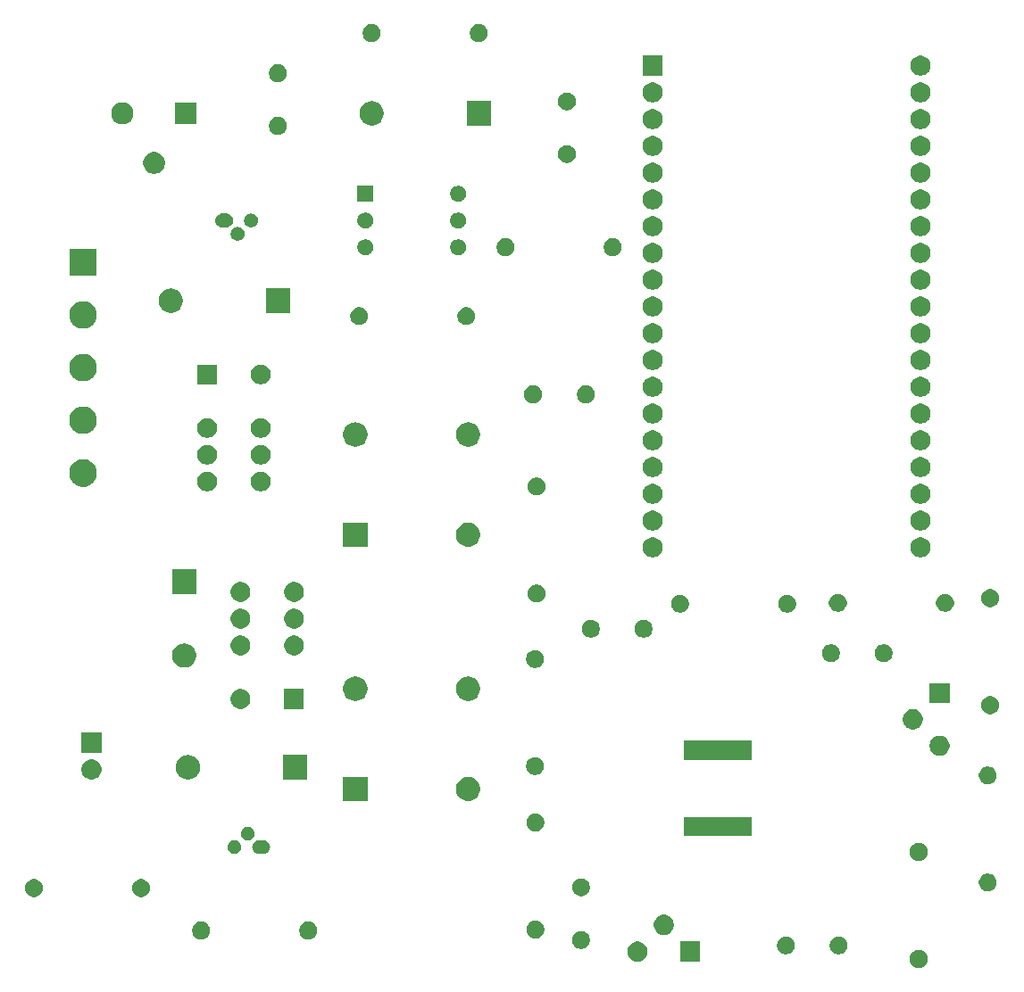
<source format=gts>
G04 #@! TF.GenerationSoftware,KiCad,Pcbnew,5.1.6-c6e7f7d~87~ubuntu18.04.1*
G04 #@! TF.CreationDate,2020-07-18T23:18:46+02:00*
G04 #@! TF.ProjectId,interfonoRemoto,696e7465-7266-46f6-9e6f-52656d6f746f,A1*
G04 #@! TF.SameCoordinates,Original*
G04 #@! TF.FileFunction,Soldermask,Top*
G04 #@! TF.FilePolarity,Negative*
%FSLAX46Y46*%
G04 Gerber Fmt 4.6, Leading zero omitted, Abs format (unit mm)*
G04 Created by KiCad (PCBNEW 5.1.6-c6e7f7d~87~ubuntu18.04.1) date 2020-07-18 23:18:46*
%MOMM*%
%LPD*%
G01*
G04 APERTURE LIST*
%ADD10C,0.100000*%
G04 APERTURE END LIST*
D10*
G36*
X119428228Y-170871703D02*
G01*
X119583100Y-170935853D01*
X119722481Y-171028985D01*
X119841015Y-171147519D01*
X119934147Y-171286900D01*
X119998297Y-171441772D01*
X120031000Y-171606184D01*
X120031000Y-171773816D01*
X119998297Y-171938228D01*
X119934147Y-172093100D01*
X119841015Y-172232481D01*
X119722481Y-172351015D01*
X119583100Y-172444147D01*
X119428228Y-172508297D01*
X119263816Y-172541000D01*
X119096184Y-172541000D01*
X118931772Y-172508297D01*
X118776900Y-172444147D01*
X118637519Y-172351015D01*
X118518985Y-172232481D01*
X118425853Y-172093100D01*
X118361703Y-171938228D01*
X118329000Y-171773816D01*
X118329000Y-171606184D01*
X118361703Y-171441772D01*
X118425853Y-171286900D01*
X118518985Y-171147519D01*
X118637519Y-171028985D01*
X118776900Y-170935853D01*
X118931772Y-170871703D01*
X119096184Y-170839000D01*
X119263816Y-170839000D01*
X119428228Y-170871703D01*
G37*
G36*
X98451000Y-171951000D02*
G01*
X96549000Y-171951000D01*
X96549000Y-170049000D01*
X98451000Y-170049000D01*
X98451000Y-171951000D01*
G37*
G36*
X92777395Y-170085546D02*
G01*
X92950466Y-170157234D01*
X92950467Y-170157235D01*
X93106227Y-170261310D01*
X93238690Y-170393773D01*
X93238691Y-170393775D01*
X93342766Y-170549534D01*
X93414454Y-170722605D01*
X93451000Y-170906333D01*
X93451000Y-171093667D01*
X93414454Y-171277395D01*
X93342766Y-171450466D01*
X93342765Y-171450467D01*
X93238690Y-171606227D01*
X93106227Y-171738690D01*
X93053658Y-171773815D01*
X92950466Y-171842766D01*
X92777395Y-171914454D01*
X92593667Y-171951000D01*
X92406333Y-171951000D01*
X92222605Y-171914454D01*
X92049534Y-171842766D01*
X91946342Y-171773815D01*
X91893773Y-171738690D01*
X91761310Y-171606227D01*
X91657235Y-171450467D01*
X91657234Y-171450466D01*
X91585546Y-171277395D01*
X91549000Y-171093667D01*
X91549000Y-170906333D01*
X91585546Y-170722605D01*
X91657234Y-170549534D01*
X91761309Y-170393775D01*
X91761310Y-170393773D01*
X91893773Y-170261310D01*
X92049533Y-170157235D01*
X92049534Y-170157234D01*
X92222605Y-170085546D01*
X92406333Y-170049000D01*
X92593667Y-170049000D01*
X92777395Y-170085546D01*
G37*
G36*
X111828228Y-169581703D02*
G01*
X111983100Y-169645853D01*
X112122481Y-169738985D01*
X112241015Y-169857519D01*
X112334147Y-169996900D01*
X112398297Y-170151772D01*
X112431000Y-170316184D01*
X112431000Y-170483816D01*
X112398297Y-170648228D01*
X112334147Y-170803100D01*
X112241015Y-170942481D01*
X112122481Y-171061015D01*
X111983100Y-171154147D01*
X111828228Y-171218297D01*
X111663816Y-171251000D01*
X111496184Y-171251000D01*
X111331772Y-171218297D01*
X111176900Y-171154147D01*
X111037519Y-171061015D01*
X110918985Y-170942481D01*
X110825853Y-170803100D01*
X110761703Y-170648228D01*
X110729000Y-170483816D01*
X110729000Y-170316184D01*
X110761703Y-170151772D01*
X110825853Y-169996900D01*
X110918985Y-169857519D01*
X111037519Y-169738985D01*
X111176900Y-169645853D01*
X111331772Y-169581703D01*
X111496184Y-169549000D01*
X111663816Y-169549000D01*
X111828228Y-169581703D01*
G37*
G36*
X106828228Y-169581703D02*
G01*
X106983100Y-169645853D01*
X107122481Y-169738985D01*
X107241015Y-169857519D01*
X107334147Y-169996900D01*
X107398297Y-170151772D01*
X107431000Y-170316184D01*
X107431000Y-170483816D01*
X107398297Y-170648228D01*
X107334147Y-170803100D01*
X107241015Y-170942481D01*
X107122481Y-171061015D01*
X106983100Y-171154147D01*
X106828228Y-171218297D01*
X106663816Y-171251000D01*
X106496184Y-171251000D01*
X106331772Y-171218297D01*
X106176900Y-171154147D01*
X106037519Y-171061015D01*
X105918985Y-170942481D01*
X105825853Y-170803100D01*
X105761703Y-170648228D01*
X105729000Y-170483816D01*
X105729000Y-170316184D01*
X105761703Y-170151772D01*
X105825853Y-169996900D01*
X105918985Y-169857519D01*
X106037519Y-169738985D01*
X106176900Y-169645853D01*
X106331772Y-169581703D01*
X106496184Y-169549000D01*
X106663816Y-169549000D01*
X106828228Y-169581703D01*
G37*
G36*
X87398228Y-169071703D02*
G01*
X87553100Y-169135853D01*
X87692481Y-169228985D01*
X87811015Y-169347519D01*
X87904147Y-169486900D01*
X87968297Y-169641772D01*
X88001000Y-169806184D01*
X88001000Y-169973816D01*
X87968297Y-170138228D01*
X87904147Y-170293100D01*
X87811015Y-170432481D01*
X87692481Y-170551015D01*
X87553100Y-170644147D01*
X87398228Y-170708297D01*
X87233816Y-170741000D01*
X87066184Y-170741000D01*
X86901772Y-170708297D01*
X86746900Y-170644147D01*
X86607519Y-170551015D01*
X86488985Y-170432481D01*
X86395853Y-170293100D01*
X86331703Y-170138228D01*
X86299000Y-169973816D01*
X86299000Y-169806184D01*
X86331703Y-169641772D01*
X86395853Y-169486900D01*
X86488985Y-169347519D01*
X86607519Y-169228985D01*
X86746900Y-169135853D01*
X86901772Y-169071703D01*
X87066184Y-169039000D01*
X87233816Y-169039000D01*
X87398228Y-169071703D01*
G37*
G36*
X61525728Y-168185703D02*
G01*
X61680600Y-168249853D01*
X61819981Y-168342985D01*
X61938515Y-168461519D01*
X62031647Y-168600900D01*
X62095797Y-168755772D01*
X62128500Y-168920184D01*
X62128500Y-169087816D01*
X62095797Y-169252228D01*
X62031647Y-169407100D01*
X61938515Y-169546481D01*
X61819981Y-169665015D01*
X61680600Y-169758147D01*
X61525728Y-169822297D01*
X61361316Y-169855000D01*
X61193684Y-169855000D01*
X61029272Y-169822297D01*
X60874400Y-169758147D01*
X60735019Y-169665015D01*
X60616485Y-169546481D01*
X60523353Y-169407100D01*
X60459203Y-169252228D01*
X60426500Y-169087816D01*
X60426500Y-168920184D01*
X60459203Y-168755772D01*
X60523353Y-168600900D01*
X60616485Y-168461519D01*
X60735019Y-168342985D01*
X60874400Y-168249853D01*
X61029272Y-168185703D01*
X61193684Y-168153000D01*
X61361316Y-168153000D01*
X61525728Y-168185703D01*
G37*
G36*
X51365728Y-168185703D02*
G01*
X51520600Y-168249853D01*
X51659981Y-168342985D01*
X51778515Y-168461519D01*
X51871647Y-168600900D01*
X51935797Y-168755772D01*
X51968500Y-168920184D01*
X51968500Y-169087816D01*
X51935797Y-169252228D01*
X51871647Y-169407100D01*
X51778515Y-169546481D01*
X51659981Y-169665015D01*
X51520600Y-169758147D01*
X51365728Y-169822297D01*
X51201316Y-169855000D01*
X51033684Y-169855000D01*
X50869272Y-169822297D01*
X50714400Y-169758147D01*
X50575019Y-169665015D01*
X50456485Y-169546481D01*
X50363353Y-169407100D01*
X50299203Y-169252228D01*
X50266500Y-169087816D01*
X50266500Y-168920184D01*
X50299203Y-168755772D01*
X50363353Y-168600900D01*
X50456485Y-168461519D01*
X50575019Y-168342985D01*
X50714400Y-168249853D01*
X50869272Y-168185703D01*
X51033684Y-168153000D01*
X51201316Y-168153000D01*
X51365728Y-168185703D01*
G37*
G36*
X83068228Y-168091703D02*
G01*
X83223100Y-168155853D01*
X83362481Y-168248985D01*
X83481015Y-168367519D01*
X83574147Y-168506900D01*
X83638297Y-168661772D01*
X83671000Y-168826184D01*
X83671000Y-168993816D01*
X83638297Y-169158228D01*
X83574147Y-169313100D01*
X83481015Y-169452481D01*
X83362481Y-169571015D01*
X83223100Y-169664147D01*
X83068228Y-169728297D01*
X82903816Y-169761000D01*
X82736184Y-169761000D01*
X82571772Y-169728297D01*
X82416900Y-169664147D01*
X82277519Y-169571015D01*
X82158985Y-169452481D01*
X82065853Y-169313100D01*
X82001703Y-169158228D01*
X81969000Y-168993816D01*
X81969000Y-168826184D01*
X82001703Y-168661772D01*
X82065853Y-168506900D01*
X82158985Y-168367519D01*
X82277519Y-168248985D01*
X82416900Y-168155853D01*
X82571772Y-168091703D01*
X82736184Y-168059000D01*
X82903816Y-168059000D01*
X83068228Y-168091703D01*
G37*
G36*
X95277395Y-167545546D02*
G01*
X95450466Y-167617234D01*
X95450467Y-167617235D01*
X95606227Y-167721310D01*
X95738690Y-167853773D01*
X95738691Y-167853775D01*
X95842766Y-168009534D01*
X95914454Y-168182605D01*
X95951000Y-168366333D01*
X95951000Y-168553667D01*
X95914454Y-168737395D01*
X95842766Y-168910466D01*
X95836272Y-168920185D01*
X95738690Y-169066227D01*
X95606227Y-169198690D01*
X95560887Y-169228985D01*
X95450466Y-169302766D01*
X95277395Y-169374454D01*
X95093667Y-169411000D01*
X94906333Y-169411000D01*
X94722605Y-169374454D01*
X94549534Y-169302766D01*
X94439113Y-169228985D01*
X94393773Y-169198690D01*
X94261310Y-169066227D01*
X94163728Y-168920185D01*
X94157234Y-168910466D01*
X94085546Y-168737395D01*
X94049000Y-168553667D01*
X94049000Y-168366333D01*
X94085546Y-168182605D01*
X94157234Y-168009534D01*
X94261309Y-167853775D01*
X94261310Y-167853773D01*
X94393773Y-167721310D01*
X94549533Y-167617235D01*
X94549534Y-167617234D01*
X94722605Y-167545546D01*
X94906333Y-167509000D01*
X95093667Y-167509000D01*
X95277395Y-167545546D01*
G37*
G36*
X35508228Y-164151703D02*
G01*
X35663100Y-164215853D01*
X35802481Y-164308985D01*
X35921015Y-164427519D01*
X36014147Y-164566900D01*
X36078297Y-164721772D01*
X36111000Y-164886184D01*
X36111000Y-165053816D01*
X36078297Y-165218228D01*
X36014147Y-165373100D01*
X35921015Y-165512481D01*
X35802481Y-165631015D01*
X35663100Y-165724147D01*
X35508228Y-165788297D01*
X35343816Y-165821000D01*
X35176184Y-165821000D01*
X35011772Y-165788297D01*
X34856900Y-165724147D01*
X34717519Y-165631015D01*
X34598985Y-165512481D01*
X34505853Y-165373100D01*
X34441703Y-165218228D01*
X34409000Y-165053816D01*
X34409000Y-164886184D01*
X34441703Y-164721772D01*
X34505853Y-164566900D01*
X34598985Y-164427519D01*
X34717519Y-164308985D01*
X34856900Y-164215853D01*
X35011772Y-164151703D01*
X35176184Y-164119000D01*
X35343816Y-164119000D01*
X35508228Y-164151703D01*
G37*
G36*
X45668228Y-164151703D02*
G01*
X45823100Y-164215853D01*
X45962481Y-164308985D01*
X46081015Y-164427519D01*
X46174147Y-164566900D01*
X46238297Y-164721772D01*
X46271000Y-164886184D01*
X46271000Y-165053816D01*
X46238297Y-165218228D01*
X46174147Y-165373100D01*
X46081015Y-165512481D01*
X45962481Y-165631015D01*
X45823100Y-165724147D01*
X45668228Y-165788297D01*
X45503816Y-165821000D01*
X45336184Y-165821000D01*
X45171772Y-165788297D01*
X45016900Y-165724147D01*
X44877519Y-165631015D01*
X44758985Y-165512481D01*
X44665853Y-165373100D01*
X44601703Y-165218228D01*
X44569000Y-165053816D01*
X44569000Y-164886184D01*
X44601703Y-164721772D01*
X44665853Y-164566900D01*
X44758985Y-164427519D01*
X44877519Y-164308985D01*
X45016900Y-164215853D01*
X45171772Y-164151703D01*
X45336184Y-164119000D01*
X45503816Y-164119000D01*
X45668228Y-164151703D01*
G37*
G36*
X87398228Y-164071703D02*
G01*
X87553100Y-164135853D01*
X87692481Y-164228985D01*
X87811015Y-164347519D01*
X87904147Y-164486900D01*
X87968297Y-164641772D01*
X88001000Y-164806184D01*
X88001000Y-164973816D01*
X87968297Y-165138228D01*
X87904147Y-165293100D01*
X87811015Y-165432481D01*
X87692481Y-165551015D01*
X87553100Y-165644147D01*
X87398228Y-165708297D01*
X87233816Y-165741000D01*
X87066184Y-165741000D01*
X86901772Y-165708297D01*
X86746900Y-165644147D01*
X86607519Y-165551015D01*
X86488985Y-165432481D01*
X86395853Y-165293100D01*
X86331703Y-165138228D01*
X86299000Y-164973816D01*
X86299000Y-164806184D01*
X86331703Y-164641772D01*
X86395853Y-164486900D01*
X86488985Y-164347519D01*
X86607519Y-164228985D01*
X86746900Y-164135853D01*
X86901772Y-164071703D01*
X87066184Y-164039000D01*
X87233816Y-164039000D01*
X87398228Y-164071703D01*
G37*
G36*
X125970228Y-163626703D02*
G01*
X126125100Y-163690853D01*
X126264481Y-163783985D01*
X126383015Y-163902519D01*
X126476147Y-164041900D01*
X126540297Y-164196772D01*
X126573000Y-164361184D01*
X126573000Y-164528816D01*
X126540297Y-164693228D01*
X126476147Y-164848100D01*
X126383015Y-164987481D01*
X126264481Y-165106015D01*
X126125100Y-165199147D01*
X125970228Y-165263297D01*
X125805816Y-165296000D01*
X125638184Y-165296000D01*
X125473772Y-165263297D01*
X125318900Y-165199147D01*
X125179519Y-165106015D01*
X125060985Y-164987481D01*
X124967853Y-164848100D01*
X124903703Y-164693228D01*
X124871000Y-164528816D01*
X124871000Y-164361184D01*
X124903703Y-164196772D01*
X124967853Y-164041900D01*
X125060985Y-163902519D01*
X125179519Y-163783985D01*
X125318900Y-163690853D01*
X125473772Y-163626703D01*
X125638184Y-163594000D01*
X125805816Y-163594000D01*
X125970228Y-163626703D01*
G37*
G36*
X119428228Y-160711703D02*
G01*
X119583100Y-160775853D01*
X119722481Y-160868985D01*
X119841015Y-160987519D01*
X119934147Y-161126900D01*
X119998297Y-161281772D01*
X120031000Y-161446184D01*
X120031000Y-161613816D01*
X119998297Y-161778228D01*
X119934147Y-161933100D01*
X119841015Y-162072481D01*
X119722481Y-162191015D01*
X119583100Y-162284147D01*
X119428228Y-162348297D01*
X119263816Y-162381000D01*
X119096184Y-162381000D01*
X118931772Y-162348297D01*
X118776900Y-162284147D01*
X118637519Y-162191015D01*
X118518985Y-162072481D01*
X118425853Y-161933100D01*
X118361703Y-161778228D01*
X118329000Y-161613816D01*
X118329000Y-161446184D01*
X118361703Y-161281772D01*
X118425853Y-161126900D01*
X118518985Y-160987519D01*
X118637519Y-160868985D01*
X118776900Y-160775853D01*
X118931772Y-160711703D01*
X119096184Y-160679000D01*
X119263816Y-160679000D01*
X119428228Y-160711703D01*
G37*
G36*
X54371425Y-160411983D02*
G01*
X54462090Y-160430017D01*
X54580564Y-160479091D01*
X54687188Y-160550335D01*
X54777865Y-160641012D01*
X54825101Y-160711705D01*
X54849110Y-160747638D01*
X54898183Y-160866110D01*
X54923200Y-160991881D01*
X54923200Y-161120119D01*
X54898183Y-161245890D01*
X54883321Y-161281771D01*
X54849109Y-161364364D01*
X54777865Y-161470988D01*
X54687188Y-161561665D01*
X54580564Y-161632909D01*
X54580563Y-161632910D01*
X54580562Y-161632910D01*
X54462090Y-161681983D01*
X54336319Y-161707000D01*
X54208081Y-161707000D01*
X54082310Y-161681983D01*
X53963838Y-161632910D01*
X53963837Y-161632910D01*
X53963836Y-161632909D01*
X53857212Y-161561665D01*
X53766535Y-161470988D01*
X53695291Y-161364364D01*
X53661080Y-161281771D01*
X53646217Y-161245890D01*
X53621200Y-161120119D01*
X53621200Y-160991881D01*
X53646217Y-160866110D01*
X53695290Y-160747638D01*
X53719300Y-160711705D01*
X53766535Y-160641012D01*
X53857212Y-160550335D01*
X53963836Y-160479091D01*
X54082310Y-160430017D01*
X54172975Y-160411983D01*
X54208081Y-160405000D01*
X54336319Y-160405000D01*
X54371425Y-160411983D01*
G37*
G36*
X57076055Y-160408140D02*
G01*
X57139818Y-160414420D01*
X57214254Y-160437000D01*
X57262536Y-160451646D01*
X57375625Y-160512094D01*
X57474754Y-160593446D01*
X57556106Y-160692575D01*
X57616554Y-160805664D01*
X57616555Y-160805668D01*
X57653780Y-160928382D01*
X57666349Y-161056000D01*
X57653780Y-161183618D01*
X57634890Y-161245890D01*
X57616554Y-161306336D01*
X57556106Y-161419425D01*
X57474754Y-161518554D01*
X57375625Y-161599906D01*
X57262536Y-161660354D01*
X57230604Y-161670040D01*
X57139818Y-161697580D01*
X57076055Y-161703860D01*
X57044174Y-161707000D01*
X56580226Y-161707000D01*
X56548345Y-161703860D01*
X56484582Y-161697580D01*
X56393796Y-161670040D01*
X56361864Y-161660354D01*
X56248775Y-161599906D01*
X56149646Y-161518554D01*
X56068294Y-161419425D01*
X56007846Y-161306336D01*
X55989510Y-161245890D01*
X55970620Y-161183618D01*
X55958051Y-161056000D01*
X55970620Y-160928382D01*
X56007845Y-160805668D01*
X56007846Y-160805664D01*
X56068294Y-160692575D01*
X56149646Y-160593446D01*
X56248775Y-160512094D01*
X56361864Y-160451646D01*
X56410146Y-160437000D01*
X56484582Y-160414420D01*
X56548345Y-160408140D01*
X56580226Y-160405000D01*
X57044174Y-160405000D01*
X57076055Y-160408140D01*
G37*
G36*
X55697300Y-159153097D02*
G01*
X55732090Y-159160017D01*
X55850564Y-159209091D01*
X55957188Y-159280335D01*
X56047865Y-159371012D01*
X56119109Y-159477636D01*
X56168183Y-159596110D01*
X56193200Y-159721882D01*
X56193200Y-159850118D01*
X56168183Y-159975890D01*
X56119109Y-160094364D01*
X56047865Y-160200988D01*
X55957188Y-160291665D01*
X55850564Y-160362909D01*
X55850563Y-160362910D01*
X55850562Y-160362910D01*
X55732090Y-160411983D01*
X55606319Y-160437000D01*
X55478081Y-160437000D01*
X55352310Y-160411983D01*
X55233838Y-160362910D01*
X55233837Y-160362910D01*
X55233836Y-160362909D01*
X55127212Y-160291665D01*
X55036535Y-160200988D01*
X54965291Y-160094364D01*
X54916217Y-159975890D01*
X54891200Y-159850118D01*
X54891200Y-159721882D01*
X54916217Y-159596110D01*
X54965291Y-159477636D01*
X55036535Y-159371012D01*
X55127212Y-159280335D01*
X55233836Y-159209091D01*
X55352310Y-159160017D01*
X55387100Y-159153097D01*
X55478081Y-159135000D01*
X55606319Y-159135000D01*
X55697300Y-159153097D01*
G37*
G36*
X103326000Y-160051000D02*
G01*
X96924000Y-160051000D01*
X96924000Y-158199000D01*
X103326000Y-158199000D01*
X103326000Y-160051000D01*
G37*
G36*
X83068228Y-157931703D02*
G01*
X83223100Y-157995853D01*
X83362481Y-158088985D01*
X83481015Y-158207519D01*
X83574147Y-158346900D01*
X83638297Y-158501772D01*
X83671000Y-158666184D01*
X83671000Y-158833816D01*
X83638297Y-158998228D01*
X83574147Y-159153100D01*
X83481015Y-159292481D01*
X83362481Y-159411015D01*
X83223100Y-159504147D01*
X83068228Y-159568297D01*
X82903816Y-159601000D01*
X82736184Y-159601000D01*
X82571772Y-159568297D01*
X82416900Y-159504147D01*
X82277519Y-159411015D01*
X82158985Y-159292481D01*
X82065853Y-159153100D01*
X82001703Y-158998228D01*
X81969000Y-158833816D01*
X81969000Y-158666184D01*
X82001703Y-158501772D01*
X82065853Y-158346900D01*
X82158985Y-158207519D01*
X82277519Y-158088985D01*
X82416900Y-157995853D01*
X82571772Y-157931703D01*
X82736184Y-157899000D01*
X82903816Y-157899000D01*
X83068228Y-157931703D01*
G37*
G36*
X76666649Y-154421116D02*
G01*
X76777834Y-154443232D01*
X76925950Y-154504584D01*
X76963176Y-154520003D01*
X76987303Y-154529997D01*
X77175820Y-154655960D01*
X77336140Y-154816280D01*
X77462103Y-155004797D01*
X77548868Y-155214266D01*
X77593100Y-155436636D01*
X77593100Y-155663364D01*
X77548868Y-155885734D01*
X77462103Y-156095203D01*
X77336140Y-156283720D01*
X77175820Y-156444040D01*
X76987303Y-156570003D01*
X76777834Y-156656768D01*
X76666649Y-156678884D01*
X76555465Y-156701000D01*
X76328735Y-156701000D01*
X76217551Y-156678884D01*
X76106366Y-156656768D01*
X75896897Y-156570003D01*
X75708380Y-156444040D01*
X75548060Y-156283720D01*
X75422097Y-156095203D01*
X75335332Y-155885734D01*
X75291100Y-155663364D01*
X75291100Y-155436636D01*
X75335332Y-155214266D01*
X75422097Y-155004797D01*
X75548060Y-154816280D01*
X75708380Y-154655960D01*
X75896897Y-154529997D01*
X75921025Y-154520003D01*
X75958250Y-154504584D01*
X76106366Y-154443232D01*
X76217551Y-154421116D01*
X76328735Y-154399000D01*
X76555465Y-154399000D01*
X76666649Y-154421116D01*
G37*
G36*
X66893100Y-156701000D02*
G01*
X64591100Y-156701000D01*
X64591100Y-154399000D01*
X66893100Y-154399000D01*
X66893100Y-156701000D01*
G37*
G36*
X125970228Y-153466703D02*
G01*
X126125100Y-153530853D01*
X126264481Y-153623985D01*
X126383015Y-153742519D01*
X126476147Y-153881900D01*
X126540297Y-154036772D01*
X126573000Y-154201184D01*
X126573000Y-154368816D01*
X126540297Y-154533228D01*
X126476147Y-154688100D01*
X126383015Y-154827481D01*
X126264481Y-154946015D01*
X126125100Y-155039147D01*
X125970228Y-155103297D01*
X125805816Y-155136000D01*
X125638184Y-155136000D01*
X125473772Y-155103297D01*
X125318900Y-155039147D01*
X125179519Y-154946015D01*
X125060985Y-154827481D01*
X124967853Y-154688100D01*
X124903703Y-154533228D01*
X124871000Y-154368816D01*
X124871000Y-154201184D01*
X124903703Y-154036772D01*
X124967853Y-153881900D01*
X125060985Y-153742519D01*
X125179519Y-153623985D01*
X125318900Y-153530853D01*
X125473772Y-153466703D01*
X125638184Y-153434000D01*
X125805816Y-153434000D01*
X125970228Y-153466703D01*
G37*
G36*
X40996095Y-152791546D02*
G01*
X41169166Y-152863234D01*
X41169167Y-152863235D01*
X41324927Y-152967310D01*
X41457390Y-153099773D01*
X41457391Y-153099775D01*
X41561466Y-153255534D01*
X41633154Y-153428605D01*
X41669700Y-153612333D01*
X41669700Y-153799667D01*
X41633154Y-153983395D01*
X41561466Y-154156466D01*
X41561465Y-154156467D01*
X41457390Y-154312227D01*
X41324927Y-154444690D01*
X41246518Y-154497081D01*
X41169166Y-154548766D01*
X40996095Y-154620454D01*
X40812367Y-154657000D01*
X40625033Y-154657000D01*
X40441305Y-154620454D01*
X40268234Y-154548766D01*
X40190882Y-154497081D01*
X40112473Y-154444690D01*
X39980010Y-154312227D01*
X39875935Y-154156467D01*
X39875934Y-154156466D01*
X39804246Y-153983395D01*
X39767700Y-153799667D01*
X39767700Y-153612333D01*
X39804246Y-153428605D01*
X39875934Y-153255534D01*
X39980009Y-153099775D01*
X39980010Y-153099773D01*
X40112473Y-152967310D01*
X40268233Y-152863235D01*
X40268234Y-152863234D01*
X40441305Y-152791546D01*
X40625033Y-152755000D01*
X40812367Y-152755000D01*
X40996095Y-152791546D01*
G37*
G36*
X61176000Y-154651000D02*
G01*
X58874000Y-154651000D01*
X58874000Y-152349000D01*
X61176000Y-152349000D01*
X61176000Y-154651000D01*
G37*
G36*
X50056052Y-152364453D02*
G01*
X50200734Y-152393232D01*
X50410203Y-152479997D01*
X50598720Y-152605960D01*
X50759040Y-152766280D01*
X50885003Y-152954797D01*
X50959551Y-153134771D01*
X50971768Y-153164267D01*
X51016000Y-153386635D01*
X51016000Y-153613365D01*
X50993884Y-153724549D01*
X50971768Y-153835734D01*
X50885003Y-154045203D01*
X50759040Y-154233720D01*
X50598720Y-154394040D01*
X50410203Y-154520003D01*
X50410202Y-154520004D01*
X50410201Y-154520004D01*
X50378275Y-154533228D01*
X50200734Y-154606768D01*
X50089549Y-154628884D01*
X49978365Y-154651000D01*
X49751635Y-154651000D01*
X49640451Y-154628884D01*
X49529266Y-154606768D01*
X49351725Y-154533228D01*
X49319799Y-154520004D01*
X49319798Y-154520004D01*
X49319797Y-154520003D01*
X49131280Y-154394040D01*
X48970960Y-154233720D01*
X48844997Y-154045203D01*
X48758232Y-153835734D01*
X48736116Y-153724549D01*
X48714000Y-153613365D01*
X48714000Y-153386635D01*
X48758232Y-153164267D01*
X48770450Y-153134771D01*
X48844997Y-152954797D01*
X48970960Y-152766280D01*
X49131280Y-152605960D01*
X49319797Y-152479997D01*
X49529266Y-152393232D01*
X49673948Y-152364453D01*
X49751635Y-152349000D01*
X49978365Y-152349000D01*
X50056052Y-152364453D01*
G37*
G36*
X83031928Y-152564703D02*
G01*
X83186800Y-152628853D01*
X83326181Y-152721985D01*
X83444715Y-152840519D01*
X83537847Y-152979900D01*
X83601997Y-153134772D01*
X83634700Y-153299184D01*
X83634700Y-153466816D01*
X83601997Y-153631228D01*
X83537847Y-153786100D01*
X83444715Y-153925481D01*
X83326181Y-154044015D01*
X83186800Y-154137147D01*
X83031928Y-154201297D01*
X82867516Y-154234000D01*
X82699884Y-154234000D01*
X82535472Y-154201297D01*
X82380600Y-154137147D01*
X82241219Y-154044015D01*
X82122685Y-153925481D01*
X82029553Y-153786100D01*
X81965403Y-153631228D01*
X81932700Y-153466816D01*
X81932700Y-153299184D01*
X81965403Y-153134772D01*
X82029553Y-152979900D01*
X82122685Y-152840519D01*
X82241219Y-152721985D01*
X82380600Y-152628853D01*
X82535472Y-152564703D01*
X82699884Y-152532000D01*
X82867516Y-152532000D01*
X83031928Y-152564703D01*
G37*
G36*
X103326000Y-152851000D02*
G01*
X96924000Y-152851000D01*
X96924000Y-150999000D01*
X103326000Y-150999000D01*
X103326000Y-152851000D01*
G37*
G36*
X121427395Y-150535546D02*
G01*
X121600466Y-150607234D01*
X121600467Y-150607235D01*
X121756227Y-150711310D01*
X121888690Y-150843773D01*
X121888691Y-150843775D01*
X121992766Y-150999534D01*
X122064454Y-151172605D01*
X122101000Y-151356333D01*
X122101000Y-151543667D01*
X122064454Y-151727395D01*
X121992766Y-151900466D01*
X121992765Y-151900467D01*
X121888690Y-152056227D01*
X121756227Y-152188690D01*
X121677818Y-152241081D01*
X121600466Y-152292766D01*
X121427395Y-152364454D01*
X121243667Y-152401000D01*
X121056333Y-152401000D01*
X120872605Y-152364454D01*
X120699534Y-152292766D01*
X120622182Y-152241081D01*
X120543773Y-152188690D01*
X120411310Y-152056227D01*
X120307235Y-151900467D01*
X120307234Y-151900466D01*
X120235546Y-151727395D01*
X120199000Y-151543667D01*
X120199000Y-151356333D01*
X120235546Y-151172605D01*
X120307234Y-150999534D01*
X120411309Y-150843775D01*
X120411310Y-150843773D01*
X120543773Y-150711310D01*
X120699533Y-150607235D01*
X120699534Y-150607234D01*
X120872605Y-150535546D01*
X121056333Y-150499000D01*
X121243667Y-150499000D01*
X121427395Y-150535546D01*
G37*
G36*
X41669700Y-152117000D02*
G01*
X39767700Y-152117000D01*
X39767700Y-150215000D01*
X41669700Y-150215000D01*
X41669700Y-152117000D01*
G37*
G36*
X118887395Y-148035546D02*
G01*
X119060466Y-148107234D01*
X119060467Y-148107235D01*
X119216227Y-148211310D01*
X119348690Y-148343773D01*
X119348691Y-148343775D01*
X119452766Y-148499534D01*
X119524454Y-148672605D01*
X119561000Y-148856333D01*
X119561000Y-149043667D01*
X119524454Y-149227395D01*
X119452766Y-149400466D01*
X119452765Y-149400467D01*
X119348690Y-149556227D01*
X119216227Y-149688690D01*
X119137818Y-149741081D01*
X119060466Y-149792766D01*
X118887395Y-149864454D01*
X118703667Y-149901000D01*
X118516333Y-149901000D01*
X118332605Y-149864454D01*
X118159534Y-149792766D01*
X118082182Y-149741081D01*
X118003773Y-149688690D01*
X117871310Y-149556227D01*
X117767235Y-149400467D01*
X117767234Y-149400466D01*
X117695546Y-149227395D01*
X117659000Y-149043667D01*
X117659000Y-148856333D01*
X117695546Y-148672605D01*
X117767234Y-148499534D01*
X117871309Y-148343775D01*
X117871310Y-148343773D01*
X118003773Y-148211310D01*
X118159533Y-148107235D01*
X118159534Y-148107234D01*
X118332605Y-148035546D01*
X118516333Y-147999000D01*
X118703667Y-147999000D01*
X118887395Y-148035546D01*
G37*
G36*
X126198228Y-146791703D02*
G01*
X126353100Y-146855853D01*
X126492481Y-146948985D01*
X126611015Y-147067519D01*
X126704147Y-147206900D01*
X126768297Y-147361772D01*
X126801000Y-147526184D01*
X126801000Y-147693816D01*
X126768297Y-147858228D01*
X126704147Y-148013100D01*
X126611015Y-148152481D01*
X126492481Y-148271015D01*
X126353100Y-148364147D01*
X126198228Y-148428297D01*
X126033816Y-148461000D01*
X125866184Y-148461000D01*
X125701772Y-148428297D01*
X125546900Y-148364147D01*
X125407519Y-148271015D01*
X125288985Y-148152481D01*
X125195853Y-148013100D01*
X125131703Y-147858228D01*
X125099000Y-147693816D01*
X125099000Y-147526184D01*
X125131703Y-147361772D01*
X125195853Y-147206900D01*
X125288985Y-147067519D01*
X125407519Y-146948985D01*
X125546900Y-146855853D01*
X125701772Y-146791703D01*
X125866184Y-146759000D01*
X126033816Y-146759000D01*
X126198228Y-146791703D01*
G37*
G36*
X55127987Y-146121123D02*
G01*
X55299055Y-146191982D01*
X55299057Y-146191983D01*
X55376558Y-146243768D01*
X55453014Y-146294854D01*
X55583946Y-146425786D01*
X55686818Y-146579745D01*
X55757677Y-146750813D01*
X55793800Y-146932417D01*
X55793800Y-147117583D01*
X55757677Y-147299187D01*
X55731753Y-147361772D01*
X55686817Y-147470257D01*
X55583945Y-147624215D01*
X55453015Y-147755145D01*
X55299057Y-147858017D01*
X55299056Y-147858018D01*
X55299055Y-147858018D01*
X55127987Y-147928877D01*
X54946383Y-147965000D01*
X54761217Y-147965000D01*
X54579613Y-147928877D01*
X54408545Y-147858018D01*
X54408544Y-147858018D01*
X54408543Y-147858017D01*
X54254585Y-147755145D01*
X54123655Y-147624215D01*
X54020783Y-147470257D01*
X53975847Y-147361772D01*
X53949923Y-147299187D01*
X53913800Y-147117583D01*
X53913800Y-146932417D01*
X53949923Y-146750813D01*
X54020782Y-146579745D01*
X54123654Y-146425786D01*
X54254586Y-146294854D01*
X54331042Y-146243768D01*
X54408543Y-146191983D01*
X54408545Y-146191982D01*
X54579613Y-146121123D01*
X54761217Y-146085000D01*
X54946383Y-146085000D01*
X55127987Y-146121123D01*
G37*
G36*
X60873800Y-147965000D02*
G01*
X58993800Y-147965000D01*
X58993800Y-146085000D01*
X60873800Y-146085000D01*
X60873800Y-147965000D01*
G37*
G36*
X122101000Y-147401000D02*
G01*
X120199000Y-147401000D01*
X120199000Y-145499000D01*
X122101000Y-145499000D01*
X122101000Y-147401000D01*
G37*
G36*
X76666649Y-144921116D02*
G01*
X76777834Y-144943232D01*
X76987303Y-145029997D01*
X77175820Y-145155960D01*
X77336140Y-145316280D01*
X77462103Y-145504797D01*
X77548868Y-145714266D01*
X77593100Y-145936636D01*
X77593100Y-146163364D01*
X77548868Y-146385734D01*
X77462103Y-146595203D01*
X77336140Y-146783720D01*
X77175820Y-146944040D01*
X76987303Y-147070003D01*
X76777834Y-147156768D01*
X76666649Y-147178884D01*
X76555465Y-147201000D01*
X76328735Y-147201000D01*
X76217551Y-147178884D01*
X76106366Y-147156768D01*
X75896897Y-147070003D01*
X75708380Y-146944040D01*
X75548060Y-146783720D01*
X75422097Y-146595203D01*
X75335332Y-146385734D01*
X75291100Y-146163364D01*
X75291100Y-145936636D01*
X75335332Y-145714266D01*
X75422097Y-145504797D01*
X75548060Y-145316280D01*
X75708380Y-145155960D01*
X75896897Y-145029997D01*
X76106366Y-144943232D01*
X76217551Y-144921116D01*
X76328735Y-144899000D01*
X76555465Y-144899000D01*
X76666649Y-144921116D01*
G37*
G36*
X65966649Y-144921116D02*
G01*
X66077834Y-144943232D01*
X66287303Y-145029997D01*
X66475820Y-145155960D01*
X66636140Y-145316280D01*
X66762103Y-145504797D01*
X66848868Y-145714266D01*
X66893100Y-145936636D01*
X66893100Y-146163364D01*
X66848868Y-146385734D01*
X66762103Y-146595203D01*
X66636140Y-146783720D01*
X66475820Y-146944040D01*
X66287303Y-147070003D01*
X66077834Y-147156768D01*
X65966649Y-147178884D01*
X65855465Y-147201000D01*
X65628735Y-147201000D01*
X65517551Y-147178884D01*
X65406366Y-147156768D01*
X65196897Y-147070003D01*
X65008380Y-146944040D01*
X64848060Y-146783720D01*
X64722097Y-146595203D01*
X64635332Y-146385734D01*
X64591100Y-146163364D01*
X64591100Y-145936636D01*
X64635332Y-145714266D01*
X64722097Y-145504797D01*
X64848060Y-145316280D01*
X65008380Y-145155960D01*
X65196897Y-145029997D01*
X65406366Y-144943232D01*
X65517551Y-144921116D01*
X65628735Y-144899000D01*
X65855465Y-144899000D01*
X65966649Y-144921116D01*
G37*
G36*
X83031928Y-142404703D02*
G01*
X83186800Y-142468853D01*
X83326181Y-142561985D01*
X83444715Y-142680519D01*
X83537847Y-142819900D01*
X83601997Y-142974772D01*
X83634700Y-143139184D01*
X83634700Y-143306816D01*
X83601997Y-143471228D01*
X83537847Y-143626100D01*
X83444715Y-143765481D01*
X83326181Y-143884015D01*
X83186800Y-143977147D01*
X83031928Y-144041297D01*
X82867516Y-144074000D01*
X82699884Y-144074000D01*
X82535472Y-144041297D01*
X82380600Y-143977147D01*
X82241219Y-143884015D01*
X82122685Y-143765481D01*
X82029553Y-143626100D01*
X81965403Y-143471228D01*
X81932700Y-143306816D01*
X81932700Y-143139184D01*
X81965403Y-142974772D01*
X82029553Y-142819900D01*
X82122685Y-142680519D01*
X82241219Y-142561985D01*
X82380600Y-142468853D01*
X82535472Y-142404703D01*
X82699884Y-142372000D01*
X82867516Y-142372000D01*
X83031928Y-142404703D01*
G37*
G36*
X49726649Y-141771116D02*
G01*
X49837834Y-141793232D01*
X49924185Y-141829000D01*
X50003138Y-141861703D01*
X50047303Y-141879997D01*
X50235820Y-142005960D01*
X50396140Y-142166280D01*
X50522103Y-142354797D01*
X50608868Y-142564266D01*
X50653100Y-142786636D01*
X50653100Y-143013364D01*
X50608868Y-143235734D01*
X50522103Y-143445203D01*
X50396140Y-143633720D01*
X50235820Y-143794040D01*
X50047303Y-143920003D01*
X49837834Y-144006768D01*
X49726649Y-144028884D01*
X49615465Y-144051000D01*
X49388735Y-144051000D01*
X49277551Y-144028884D01*
X49166366Y-144006768D01*
X48956897Y-143920003D01*
X48768380Y-143794040D01*
X48608060Y-143633720D01*
X48482097Y-143445203D01*
X48395332Y-143235734D01*
X48351100Y-143013364D01*
X48351100Y-142786636D01*
X48395332Y-142564266D01*
X48482097Y-142354797D01*
X48608060Y-142166280D01*
X48768380Y-142005960D01*
X48956897Y-141879997D01*
X49001063Y-141861703D01*
X49080015Y-141829000D01*
X49166366Y-141793232D01*
X49277551Y-141771116D01*
X49388735Y-141749000D01*
X49615465Y-141749000D01*
X49726649Y-141771116D01*
G37*
G36*
X116088228Y-141861703D02*
G01*
X116243100Y-141925853D01*
X116382481Y-142018985D01*
X116501015Y-142137519D01*
X116594147Y-142276900D01*
X116658297Y-142431772D01*
X116691000Y-142596184D01*
X116691000Y-142763816D01*
X116658297Y-142928228D01*
X116594147Y-143083100D01*
X116501015Y-143222481D01*
X116382481Y-143341015D01*
X116243100Y-143434147D01*
X116088228Y-143498297D01*
X115923816Y-143531000D01*
X115756184Y-143531000D01*
X115591772Y-143498297D01*
X115436900Y-143434147D01*
X115297519Y-143341015D01*
X115178985Y-143222481D01*
X115085853Y-143083100D01*
X115021703Y-142928228D01*
X114989000Y-142763816D01*
X114989000Y-142596184D01*
X115021703Y-142431772D01*
X115085853Y-142276900D01*
X115178985Y-142137519D01*
X115297519Y-142018985D01*
X115436900Y-141925853D01*
X115591772Y-141861703D01*
X115756184Y-141829000D01*
X115923816Y-141829000D01*
X116088228Y-141861703D01*
G37*
G36*
X111088228Y-141861703D02*
G01*
X111243100Y-141925853D01*
X111382481Y-142018985D01*
X111501015Y-142137519D01*
X111594147Y-142276900D01*
X111658297Y-142431772D01*
X111691000Y-142596184D01*
X111691000Y-142763816D01*
X111658297Y-142928228D01*
X111594147Y-143083100D01*
X111501015Y-143222481D01*
X111382481Y-143341015D01*
X111243100Y-143434147D01*
X111088228Y-143498297D01*
X110923816Y-143531000D01*
X110756184Y-143531000D01*
X110591772Y-143498297D01*
X110436900Y-143434147D01*
X110297519Y-143341015D01*
X110178985Y-143222481D01*
X110085853Y-143083100D01*
X110021703Y-142928228D01*
X109989000Y-142763816D01*
X109989000Y-142596184D01*
X110021703Y-142431772D01*
X110085853Y-142276900D01*
X110178985Y-142137519D01*
X110297519Y-142018985D01*
X110436900Y-141925853D01*
X110591772Y-141861703D01*
X110756184Y-141829000D01*
X110923816Y-141829000D01*
X111088228Y-141861703D01*
G37*
G36*
X55127987Y-141041123D02*
G01*
X55299055Y-141111982D01*
X55299057Y-141111983D01*
X55302297Y-141114148D01*
X55453014Y-141214854D01*
X55583946Y-141345786D01*
X55686818Y-141499745D01*
X55757677Y-141670813D01*
X55793800Y-141852417D01*
X55793800Y-142037583D01*
X55757677Y-142219187D01*
X55686818Y-142390255D01*
X55583946Y-142544214D01*
X55453014Y-142675146D01*
X55444971Y-142680520D01*
X55299057Y-142778017D01*
X55299056Y-142778018D01*
X55299055Y-142778018D01*
X55127987Y-142848877D01*
X54946383Y-142885000D01*
X54761217Y-142885000D01*
X54579613Y-142848877D01*
X54408545Y-142778018D01*
X54408544Y-142778018D01*
X54408543Y-142778017D01*
X54262629Y-142680520D01*
X54254586Y-142675146D01*
X54123654Y-142544214D01*
X54020782Y-142390255D01*
X53949923Y-142219187D01*
X53913800Y-142037583D01*
X53913800Y-141852417D01*
X53949923Y-141670813D01*
X54020782Y-141499745D01*
X54123654Y-141345786D01*
X54254586Y-141214854D01*
X54405303Y-141114148D01*
X54408543Y-141111983D01*
X54408545Y-141111982D01*
X54579613Y-141041123D01*
X54761217Y-141005000D01*
X54946383Y-141005000D01*
X55127987Y-141041123D01*
G37*
G36*
X60207987Y-141041123D02*
G01*
X60379055Y-141111982D01*
X60379057Y-141111983D01*
X60382297Y-141114148D01*
X60533014Y-141214854D01*
X60663946Y-141345786D01*
X60766818Y-141499745D01*
X60837677Y-141670813D01*
X60873800Y-141852417D01*
X60873800Y-142037583D01*
X60837677Y-142219187D01*
X60766818Y-142390255D01*
X60663946Y-142544214D01*
X60533014Y-142675146D01*
X60524971Y-142680520D01*
X60379057Y-142778017D01*
X60379056Y-142778018D01*
X60379055Y-142778018D01*
X60207987Y-142848877D01*
X60026383Y-142885000D01*
X59841217Y-142885000D01*
X59659613Y-142848877D01*
X59488545Y-142778018D01*
X59488544Y-142778018D01*
X59488543Y-142778017D01*
X59342629Y-142680520D01*
X59334586Y-142675146D01*
X59203654Y-142544214D01*
X59100782Y-142390255D01*
X59029923Y-142219187D01*
X58993800Y-142037583D01*
X58993800Y-141852417D01*
X59029923Y-141670813D01*
X59100782Y-141499745D01*
X59203654Y-141345786D01*
X59334586Y-141214854D01*
X59485303Y-141114148D01*
X59488543Y-141111983D01*
X59488545Y-141111982D01*
X59659613Y-141041123D01*
X59841217Y-141005000D01*
X60026383Y-141005000D01*
X60207987Y-141041123D01*
G37*
G36*
X88318228Y-139541703D02*
G01*
X88473100Y-139605853D01*
X88612481Y-139698985D01*
X88731015Y-139817519D01*
X88824147Y-139956900D01*
X88888297Y-140111772D01*
X88921000Y-140276184D01*
X88921000Y-140443816D01*
X88888297Y-140608228D01*
X88824147Y-140763100D01*
X88731015Y-140902481D01*
X88612481Y-141021015D01*
X88473100Y-141114147D01*
X88318228Y-141178297D01*
X88153816Y-141211000D01*
X87986184Y-141211000D01*
X87821772Y-141178297D01*
X87666900Y-141114147D01*
X87527519Y-141021015D01*
X87408985Y-140902481D01*
X87315853Y-140763100D01*
X87251703Y-140608228D01*
X87219000Y-140443816D01*
X87219000Y-140276184D01*
X87251703Y-140111772D01*
X87315853Y-139956900D01*
X87408985Y-139817519D01*
X87527519Y-139698985D01*
X87666900Y-139605853D01*
X87821772Y-139541703D01*
X87986184Y-139509000D01*
X88153816Y-139509000D01*
X88318228Y-139541703D01*
G37*
G36*
X93318228Y-139541703D02*
G01*
X93473100Y-139605853D01*
X93612481Y-139698985D01*
X93731015Y-139817519D01*
X93824147Y-139956900D01*
X93888297Y-140111772D01*
X93921000Y-140276184D01*
X93921000Y-140443816D01*
X93888297Y-140608228D01*
X93824147Y-140763100D01*
X93731015Y-140902481D01*
X93612481Y-141021015D01*
X93473100Y-141114147D01*
X93318228Y-141178297D01*
X93153816Y-141211000D01*
X92986184Y-141211000D01*
X92821772Y-141178297D01*
X92666900Y-141114147D01*
X92527519Y-141021015D01*
X92408985Y-140902481D01*
X92315853Y-140763100D01*
X92251703Y-140608228D01*
X92219000Y-140443816D01*
X92219000Y-140276184D01*
X92251703Y-140111772D01*
X92315853Y-139956900D01*
X92408985Y-139817519D01*
X92527519Y-139698985D01*
X92666900Y-139605853D01*
X92821772Y-139541703D01*
X92986184Y-139509000D01*
X93153816Y-139509000D01*
X93318228Y-139541703D01*
G37*
G36*
X55127987Y-138501123D02*
G01*
X55248436Y-138551015D01*
X55299057Y-138571983D01*
X55376558Y-138623768D01*
X55453014Y-138674854D01*
X55583946Y-138805786D01*
X55686818Y-138959745D01*
X55757677Y-139130813D01*
X55793800Y-139312417D01*
X55793800Y-139497583D01*
X55757677Y-139679187D01*
X55749476Y-139698985D01*
X55686817Y-139850257D01*
X55583945Y-140004215D01*
X55453015Y-140135145D01*
X55299057Y-140238017D01*
X55299056Y-140238018D01*
X55299055Y-140238018D01*
X55127987Y-140308877D01*
X54946383Y-140345000D01*
X54761217Y-140345000D01*
X54579613Y-140308877D01*
X54408545Y-140238018D01*
X54408544Y-140238018D01*
X54408543Y-140238017D01*
X54254585Y-140135145D01*
X54123655Y-140004215D01*
X54020783Y-139850257D01*
X53958124Y-139698985D01*
X53949923Y-139679187D01*
X53913800Y-139497583D01*
X53913800Y-139312417D01*
X53949923Y-139130813D01*
X54020782Y-138959745D01*
X54123654Y-138805786D01*
X54254586Y-138674854D01*
X54331042Y-138623768D01*
X54408543Y-138571983D01*
X54459164Y-138551015D01*
X54579613Y-138501123D01*
X54761217Y-138465000D01*
X54946383Y-138465000D01*
X55127987Y-138501123D01*
G37*
G36*
X60207987Y-138501123D02*
G01*
X60328436Y-138551015D01*
X60379057Y-138571983D01*
X60456558Y-138623768D01*
X60533014Y-138674854D01*
X60663946Y-138805786D01*
X60766818Y-138959745D01*
X60837677Y-139130813D01*
X60873800Y-139312417D01*
X60873800Y-139497583D01*
X60837677Y-139679187D01*
X60829476Y-139698985D01*
X60766817Y-139850257D01*
X60663945Y-140004215D01*
X60533015Y-140135145D01*
X60379057Y-140238017D01*
X60379056Y-140238018D01*
X60379055Y-140238018D01*
X60207987Y-140308877D01*
X60026383Y-140345000D01*
X59841217Y-140345000D01*
X59659613Y-140308877D01*
X59488545Y-140238018D01*
X59488544Y-140238018D01*
X59488543Y-140238017D01*
X59334585Y-140135145D01*
X59203655Y-140004215D01*
X59100783Y-139850257D01*
X59038124Y-139698985D01*
X59029923Y-139679187D01*
X58993800Y-139497583D01*
X58993800Y-139312417D01*
X59029923Y-139130813D01*
X59100782Y-138959745D01*
X59203654Y-138805786D01*
X59334586Y-138674854D01*
X59411042Y-138623768D01*
X59488543Y-138571983D01*
X59539164Y-138551015D01*
X59659613Y-138501123D01*
X59841217Y-138465000D01*
X60026383Y-138465000D01*
X60207987Y-138501123D01*
G37*
G36*
X96778228Y-137151703D02*
G01*
X96933100Y-137215853D01*
X97072481Y-137308985D01*
X97191015Y-137427519D01*
X97284147Y-137566900D01*
X97348297Y-137721772D01*
X97381000Y-137886184D01*
X97381000Y-138053816D01*
X97348297Y-138218228D01*
X97284147Y-138373100D01*
X97191015Y-138512481D01*
X97072481Y-138631015D01*
X96933100Y-138724147D01*
X96778228Y-138788297D01*
X96613816Y-138821000D01*
X96446184Y-138821000D01*
X96281772Y-138788297D01*
X96126900Y-138724147D01*
X95987519Y-138631015D01*
X95868985Y-138512481D01*
X95775853Y-138373100D01*
X95711703Y-138218228D01*
X95679000Y-138053816D01*
X95679000Y-137886184D01*
X95711703Y-137721772D01*
X95775853Y-137566900D01*
X95868985Y-137427519D01*
X95987519Y-137308985D01*
X96126900Y-137215853D01*
X96281772Y-137151703D01*
X96446184Y-137119000D01*
X96613816Y-137119000D01*
X96778228Y-137151703D01*
G37*
G36*
X106938228Y-137151703D02*
G01*
X107093100Y-137215853D01*
X107232481Y-137308985D01*
X107351015Y-137427519D01*
X107444147Y-137566900D01*
X107508297Y-137721772D01*
X107541000Y-137886184D01*
X107541000Y-138053816D01*
X107508297Y-138218228D01*
X107444147Y-138373100D01*
X107351015Y-138512481D01*
X107232481Y-138631015D01*
X107093100Y-138724147D01*
X106938228Y-138788297D01*
X106773816Y-138821000D01*
X106606184Y-138821000D01*
X106441772Y-138788297D01*
X106286900Y-138724147D01*
X106147519Y-138631015D01*
X106028985Y-138512481D01*
X105935853Y-138373100D01*
X105871703Y-138218228D01*
X105839000Y-138053816D01*
X105839000Y-137886184D01*
X105871703Y-137721772D01*
X105935853Y-137566900D01*
X106028985Y-137427519D01*
X106147519Y-137308985D01*
X106286900Y-137215853D01*
X106441772Y-137151703D01*
X106606184Y-137119000D01*
X106773816Y-137119000D01*
X106938228Y-137151703D01*
G37*
G36*
X121918228Y-137071703D02*
G01*
X122073100Y-137135853D01*
X122212481Y-137228985D01*
X122331015Y-137347519D01*
X122424147Y-137486900D01*
X122488297Y-137641772D01*
X122521000Y-137806184D01*
X122521000Y-137973816D01*
X122488297Y-138138228D01*
X122424147Y-138293100D01*
X122331015Y-138432481D01*
X122212481Y-138551015D01*
X122073100Y-138644147D01*
X121918228Y-138708297D01*
X121753816Y-138741000D01*
X121586184Y-138741000D01*
X121421772Y-138708297D01*
X121266900Y-138644147D01*
X121127519Y-138551015D01*
X121008985Y-138432481D01*
X120915853Y-138293100D01*
X120851703Y-138138228D01*
X120819000Y-137973816D01*
X120819000Y-137806184D01*
X120851703Y-137641772D01*
X120915853Y-137486900D01*
X121008985Y-137347519D01*
X121127519Y-137228985D01*
X121266900Y-137135853D01*
X121421772Y-137071703D01*
X121586184Y-137039000D01*
X121753816Y-137039000D01*
X121918228Y-137071703D01*
G37*
G36*
X111758228Y-137071703D02*
G01*
X111913100Y-137135853D01*
X112052481Y-137228985D01*
X112171015Y-137347519D01*
X112264147Y-137486900D01*
X112328297Y-137641772D01*
X112361000Y-137806184D01*
X112361000Y-137973816D01*
X112328297Y-138138228D01*
X112264147Y-138293100D01*
X112171015Y-138432481D01*
X112052481Y-138551015D01*
X111913100Y-138644147D01*
X111758228Y-138708297D01*
X111593816Y-138741000D01*
X111426184Y-138741000D01*
X111261772Y-138708297D01*
X111106900Y-138644147D01*
X110967519Y-138551015D01*
X110848985Y-138432481D01*
X110755853Y-138293100D01*
X110691703Y-138138228D01*
X110659000Y-137973816D01*
X110659000Y-137806184D01*
X110691703Y-137641772D01*
X110755853Y-137486900D01*
X110848985Y-137347519D01*
X110967519Y-137228985D01*
X111106900Y-137135853D01*
X111261772Y-137071703D01*
X111426184Y-137039000D01*
X111593816Y-137039000D01*
X111758228Y-137071703D01*
G37*
G36*
X126198228Y-136631703D02*
G01*
X126353100Y-136695853D01*
X126492481Y-136788985D01*
X126611015Y-136907519D01*
X126704147Y-137046900D01*
X126768297Y-137201772D01*
X126801000Y-137366184D01*
X126801000Y-137533816D01*
X126768297Y-137698228D01*
X126704147Y-137853100D01*
X126611015Y-137992481D01*
X126492481Y-138111015D01*
X126353100Y-138204147D01*
X126198228Y-138268297D01*
X126033816Y-138301000D01*
X125866184Y-138301000D01*
X125701772Y-138268297D01*
X125546900Y-138204147D01*
X125407519Y-138111015D01*
X125288985Y-137992481D01*
X125195853Y-137853100D01*
X125131703Y-137698228D01*
X125099000Y-137533816D01*
X125099000Y-137366184D01*
X125131703Y-137201772D01*
X125195853Y-137046900D01*
X125288985Y-136907519D01*
X125407519Y-136788985D01*
X125546900Y-136695853D01*
X125701772Y-136631703D01*
X125866184Y-136599000D01*
X126033816Y-136599000D01*
X126198228Y-136631703D01*
G37*
G36*
X83171628Y-136191703D02*
G01*
X83326500Y-136255853D01*
X83465881Y-136348985D01*
X83584415Y-136467519D01*
X83677547Y-136606900D01*
X83741697Y-136761772D01*
X83774400Y-136926184D01*
X83774400Y-137093816D01*
X83741697Y-137258228D01*
X83677547Y-137413100D01*
X83584415Y-137552481D01*
X83465881Y-137671015D01*
X83326500Y-137764147D01*
X83171628Y-137828297D01*
X83007216Y-137861000D01*
X82839584Y-137861000D01*
X82675172Y-137828297D01*
X82520300Y-137764147D01*
X82380919Y-137671015D01*
X82262385Y-137552481D01*
X82169253Y-137413100D01*
X82105103Y-137258228D01*
X82072400Y-137093816D01*
X82072400Y-136926184D01*
X82105103Y-136761772D01*
X82169253Y-136606900D01*
X82262385Y-136467519D01*
X82380919Y-136348985D01*
X82520300Y-136255853D01*
X82675172Y-136191703D01*
X82839584Y-136159000D01*
X83007216Y-136159000D01*
X83171628Y-136191703D01*
G37*
G36*
X55127987Y-135961123D02*
G01*
X55299055Y-136031982D01*
X55299057Y-136031983D01*
X55376558Y-136083768D01*
X55453014Y-136134854D01*
X55583946Y-136265786D01*
X55686818Y-136419745D01*
X55757677Y-136590813D01*
X55793800Y-136772417D01*
X55793800Y-136957583D01*
X55757677Y-137139187D01*
X55720481Y-137228985D01*
X55686817Y-137310257D01*
X55583945Y-137464215D01*
X55453015Y-137595145D01*
X55299057Y-137698017D01*
X55299056Y-137698018D01*
X55299055Y-137698018D01*
X55127987Y-137768877D01*
X54946383Y-137805000D01*
X54761217Y-137805000D01*
X54579613Y-137768877D01*
X54408545Y-137698018D01*
X54408544Y-137698018D01*
X54408543Y-137698017D01*
X54254585Y-137595145D01*
X54123655Y-137464215D01*
X54020783Y-137310257D01*
X53987119Y-137228985D01*
X53949923Y-137139187D01*
X53913800Y-136957583D01*
X53913800Y-136772417D01*
X53949923Y-136590813D01*
X54020782Y-136419745D01*
X54123654Y-136265786D01*
X54254586Y-136134854D01*
X54331042Y-136083768D01*
X54408543Y-136031983D01*
X54408545Y-136031982D01*
X54579613Y-135961123D01*
X54761217Y-135925000D01*
X54946383Y-135925000D01*
X55127987Y-135961123D01*
G37*
G36*
X60207987Y-135961123D02*
G01*
X60379055Y-136031982D01*
X60379057Y-136031983D01*
X60456558Y-136083768D01*
X60533014Y-136134854D01*
X60663946Y-136265786D01*
X60766818Y-136419745D01*
X60837677Y-136590813D01*
X60873800Y-136772417D01*
X60873800Y-136957583D01*
X60837677Y-137139187D01*
X60800481Y-137228985D01*
X60766817Y-137310257D01*
X60663945Y-137464215D01*
X60533015Y-137595145D01*
X60379057Y-137698017D01*
X60379056Y-137698018D01*
X60379055Y-137698018D01*
X60207987Y-137768877D01*
X60026383Y-137805000D01*
X59841217Y-137805000D01*
X59659613Y-137768877D01*
X59488545Y-137698018D01*
X59488544Y-137698018D01*
X59488543Y-137698017D01*
X59334585Y-137595145D01*
X59203655Y-137464215D01*
X59100783Y-137310257D01*
X59067119Y-137228985D01*
X59029923Y-137139187D01*
X58993800Y-136957583D01*
X58993800Y-136772417D01*
X59029923Y-136590813D01*
X59100782Y-136419745D01*
X59203654Y-136265786D01*
X59334586Y-136134854D01*
X59411042Y-136083768D01*
X59488543Y-136031983D01*
X59488545Y-136031982D01*
X59659613Y-135961123D01*
X59841217Y-135925000D01*
X60026383Y-135925000D01*
X60207987Y-135961123D01*
G37*
G36*
X50653100Y-137041000D02*
G01*
X48351100Y-137041000D01*
X48351100Y-134739000D01*
X50653100Y-134739000D01*
X50653100Y-137041000D01*
G37*
G36*
X119629395Y-131725546D02*
G01*
X119802466Y-131797234D01*
X119802467Y-131797235D01*
X119958227Y-131901310D01*
X120090690Y-132033773D01*
X120090691Y-132033775D01*
X120194766Y-132189534D01*
X120266454Y-132362605D01*
X120303000Y-132546333D01*
X120303000Y-132733667D01*
X120266454Y-132917395D01*
X120194766Y-133090466D01*
X120194765Y-133090467D01*
X120090690Y-133246227D01*
X119958227Y-133378690D01*
X119879818Y-133431081D01*
X119802466Y-133482766D01*
X119629395Y-133554454D01*
X119445667Y-133591000D01*
X119258333Y-133591000D01*
X119074605Y-133554454D01*
X118901534Y-133482766D01*
X118824182Y-133431081D01*
X118745773Y-133378690D01*
X118613310Y-133246227D01*
X118509235Y-133090467D01*
X118509234Y-133090466D01*
X118437546Y-132917395D01*
X118401000Y-132733667D01*
X118401000Y-132546333D01*
X118437546Y-132362605D01*
X118509234Y-132189534D01*
X118613309Y-132033775D01*
X118613310Y-132033773D01*
X118745773Y-131901310D01*
X118901533Y-131797235D01*
X118901534Y-131797234D01*
X119074605Y-131725546D01*
X119258333Y-131689000D01*
X119445667Y-131689000D01*
X119629395Y-131725546D01*
G37*
G36*
X94229395Y-131725546D02*
G01*
X94402466Y-131797234D01*
X94402467Y-131797235D01*
X94558227Y-131901310D01*
X94690690Y-132033773D01*
X94690691Y-132033775D01*
X94794766Y-132189534D01*
X94866454Y-132362605D01*
X94903000Y-132546333D01*
X94903000Y-132733667D01*
X94866454Y-132917395D01*
X94794766Y-133090466D01*
X94794765Y-133090467D01*
X94690690Y-133246227D01*
X94558227Y-133378690D01*
X94479818Y-133431081D01*
X94402466Y-133482766D01*
X94229395Y-133554454D01*
X94045667Y-133591000D01*
X93858333Y-133591000D01*
X93674605Y-133554454D01*
X93501534Y-133482766D01*
X93424182Y-133431081D01*
X93345773Y-133378690D01*
X93213310Y-133246227D01*
X93109235Y-133090467D01*
X93109234Y-133090466D01*
X93037546Y-132917395D01*
X93001000Y-132733667D01*
X93001000Y-132546333D01*
X93037546Y-132362605D01*
X93109234Y-132189534D01*
X93213309Y-132033775D01*
X93213310Y-132033773D01*
X93345773Y-131901310D01*
X93501533Y-131797235D01*
X93501534Y-131797234D01*
X93674605Y-131725546D01*
X93858333Y-131689000D01*
X94045667Y-131689000D01*
X94229395Y-131725546D01*
G37*
G36*
X76666649Y-130291116D02*
G01*
X76777834Y-130313232D01*
X76987303Y-130399997D01*
X77175820Y-130525960D01*
X77336140Y-130686280D01*
X77462103Y-130874797D01*
X77548868Y-131084266D01*
X77593100Y-131306636D01*
X77593100Y-131533364D01*
X77548868Y-131755734D01*
X77462103Y-131965203D01*
X77336140Y-132153720D01*
X77175820Y-132314040D01*
X76987303Y-132440003D01*
X76777834Y-132526768D01*
X76679474Y-132546333D01*
X76555465Y-132571000D01*
X76328735Y-132571000D01*
X76204726Y-132546333D01*
X76106366Y-132526768D01*
X75896897Y-132440003D01*
X75708380Y-132314040D01*
X75548060Y-132153720D01*
X75422097Y-131965203D01*
X75335332Y-131755734D01*
X75291100Y-131533364D01*
X75291100Y-131306636D01*
X75335332Y-131084266D01*
X75422097Y-130874797D01*
X75548060Y-130686280D01*
X75708380Y-130525960D01*
X75896897Y-130399997D01*
X76106366Y-130313232D01*
X76217551Y-130291116D01*
X76328735Y-130269000D01*
X76555465Y-130269000D01*
X76666649Y-130291116D01*
G37*
G36*
X66893100Y-132571000D02*
G01*
X64591100Y-132571000D01*
X64591100Y-130269000D01*
X66893100Y-130269000D01*
X66893100Y-132571000D01*
G37*
G36*
X94229395Y-129185546D02*
G01*
X94402466Y-129257234D01*
X94402467Y-129257235D01*
X94558227Y-129361310D01*
X94690690Y-129493773D01*
X94690691Y-129493775D01*
X94794766Y-129649534D01*
X94866454Y-129822605D01*
X94903000Y-130006333D01*
X94903000Y-130193667D01*
X94866454Y-130377395D01*
X94794766Y-130550466D01*
X94794765Y-130550467D01*
X94690690Y-130706227D01*
X94558227Y-130838690D01*
X94504189Y-130874797D01*
X94402466Y-130942766D01*
X94229395Y-131014454D01*
X94045667Y-131051000D01*
X93858333Y-131051000D01*
X93674605Y-131014454D01*
X93501534Y-130942766D01*
X93399811Y-130874797D01*
X93345773Y-130838690D01*
X93213310Y-130706227D01*
X93109235Y-130550467D01*
X93109234Y-130550466D01*
X93037546Y-130377395D01*
X93001000Y-130193667D01*
X93001000Y-130006333D01*
X93037546Y-129822605D01*
X93109234Y-129649534D01*
X93213309Y-129493775D01*
X93213310Y-129493773D01*
X93345773Y-129361310D01*
X93501533Y-129257235D01*
X93501534Y-129257234D01*
X93674605Y-129185546D01*
X93858333Y-129149000D01*
X94045667Y-129149000D01*
X94229395Y-129185546D01*
G37*
G36*
X119629395Y-129185546D02*
G01*
X119802466Y-129257234D01*
X119802467Y-129257235D01*
X119958227Y-129361310D01*
X120090690Y-129493773D01*
X120090691Y-129493775D01*
X120194766Y-129649534D01*
X120266454Y-129822605D01*
X120303000Y-130006333D01*
X120303000Y-130193667D01*
X120266454Y-130377395D01*
X120194766Y-130550466D01*
X120194765Y-130550467D01*
X120090690Y-130706227D01*
X119958227Y-130838690D01*
X119904189Y-130874797D01*
X119802466Y-130942766D01*
X119629395Y-131014454D01*
X119445667Y-131051000D01*
X119258333Y-131051000D01*
X119074605Y-131014454D01*
X118901534Y-130942766D01*
X118799811Y-130874797D01*
X118745773Y-130838690D01*
X118613310Y-130706227D01*
X118509235Y-130550467D01*
X118509234Y-130550466D01*
X118437546Y-130377395D01*
X118401000Y-130193667D01*
X118401000Y-130006333D01*
X118437546Y-129822605D01*
X118509234Y-129649534D01*
X118613309Y-129493775D01*
X118613310Y-129493773D01*
X118745773Y-129361310D01*
X118901533Y-129257235D01*
X118901534Y-129257234D01*
X119074605Y-129185546D01*
X119258333Y-129149000D01*
X119445667Y-129149000D01*
X119629395Y-129185546D01*
G37*
G36*
X119629395Y-126645546D02*
G01*
X119802466Y-126717234D01*
X119875725Y-126766184D01*
X119958227Y-126821310D01*
X120090690Y-126953773D01*
X120106353Y-126977215D01*
X120194766Y-127109534D01*
X120266454Y-127282605D01*
X120303000Y-127466333D01*
X120303000Y-127653667D01*
X120266454Y-127837395D01*
X120194766Y-128010466D01*
X120194765Y-128010467D01*
X120090690Y-128166227D01*
X119958227Y-128298690D01*
X119879818Y-128351081D01*
X119802466Y-128402766D01*
X119629395Y-128474454D01*
X119445667Y-128511000D01*
X119258333Y-128511000D01*
X119074605Y-128474454D01*
X118901534Y-128402766D01*
X118824182Y-128351081D01*
X118745773Y-128298690D01*
X118613310Y-128166227D01*
X118509235Y-128010467D01*
X118509234Y-128010466D01*
X118437546Y-127837395D01*
X118401000Y-127653667D01*
X118401000Y-127466333D01*
X118437546Y-127282605D01*
X118509234Y-127109534D01*
X118597647Y-126977215D01*
X118613310Y-126953773D01*
X118745773Y-126821310D01*
X118828275Y-126766184D01*
X118901534Y-126717234D01*
X119074605Y-126645546D01*
X119258333Y-126609000D01*
X119445667Y-126609000D01*
X119629395Y-126645546D01*
G37*
G36*
X94229395Y-126645546D02*
G01*
X94402466Y-126717234D01*
X94475725Y-126766184D01*
X94558227Y-126821310D01*
X94690690Y-126953773D01*
X94706353Y-126977215D01*
X94794766Y-127109534D01*
X94866454Y-127282605D01*
X94903000Y-127466333D01*
X94903000Y-127653667D01*
X94866454Y-127837395D01*
X94794766Y-128010466D01*
X94794765Y-128010467D01*
X94690690Y-128166227D01*
X94558227Y-128298690D01*
X94479818Y-128351081D01*
X94402466Y-128402766D01*
X94229395Y-128474454D01*
X94045667Y-128511000D01*
X93858333Y-128511000D01*
X93674605Y-128474454D01*
X93501534Y-128402766D01*
X93424182Y-128351081D01*
X93345773Y-128298690D01*
X93213310Y-128166227D01*
X93109235Y-128010467D01*
X93109234Y-128010466D01*
X93037546Y-127837395D01*
X93001000Y-127653667D01*
X93001000Y-127466333D01*
X93037546Y-127282605D01*
X93109234Y-127109534D01*
X93197647Y-126977215D01*
X93213310Y-126953773D01*
X93345773Y-126821310D01*
X93428275Y-126766184D01*
X93501534Y-126717234D01*
X93674605Y-126645546D01*
X93858333Y-126609000D01*
X94045667Y-126609000D01*
X94229395Y-126645546D01*
G37*
G36*
X83171628Y-126031703D02*
G01*
X83326500Y-126095853D01*
X83465881Y-126188985D01*
X83584415Y-126307519D01*
X83677547Y-126446900D01*
X83741697Y-126601772D01*
X83774400Y-126766184D01*
X83774400Y-126933816D01*
X83741697Y-127098228D01*
X83677547Y-127253100D01*
X83584415Y-127392481D01*
X83465881Y-127511015D01*
X83326500Y-127604147D01*
X83171628Y-127668297D01*
X83007216Y-127701000D01*
X82839584Y-127701000D01*
X82675172Y-127668297D01*
X82520300Y-127604147D01*
X82380919Y-127511015D01*
X82262385Y-127392481D01*
X82169253Y-127253100D01*
X82105103Y-127098228D01*
X82072400Y-126933816D01*
X82072400Y-126766184D01*
X82105103Y-126601772D01*
X82169253Y-126446900D01*
X82262385Y-126307519D01*
X82380919Y-126188985D01*
X82520300Y-126095853D01*
X82675172Y-126031703D01*
X82839584Y-125999000D01*
X83007216Y-125999000D01*
X83171628Y-126031703D01*
G37*
G36*
X57050787Y-125474123D02*
G01*
X57221855Y-125544982D01*
X57221857Y-125544983D01*
X57299358Y-125596768D01*
X57375814Y-125647854D01*
X57506746Y-125778786D01*
X57609618Y-125932745D01*
X57680477Y-126103813D01*
X57716600Y-126285417D01*
X57716600Y-126470583D01*
X57680477Y-126652187D01*
X57609618Y-126823255D01*
X57506746Y-126977214D01*
X57375814Y-127108146D01*
X57299358Y-127159232D01*
X57221857Y-127211017D01*
X57221856Y-127211018D01*
X57221855Y-127211018D01*
X57050787Y-127281877D01*
X56869183Y-127318000D01*
X56684017Y-127318000D01*
X56502413Y-127281877D01*
X56331345Y-127211018D01*
X56331344Y-127211018D01*
X56331343Y-127211017D01*
X56253842Y-127159232D01*
X56177386Y-127108146D01*
X56046454Y-126977214D01*
X55943582Y-126823255D01*
X55872723Y-126652187D01*
X55836600Y-126470583D01*
X55836600Y-126285417D01*
X55872723Y-126103813D01*
X55943582Y-125932745D01*
X56046454Y-125778786D01*
X56177386Y-125647854D01*
X56253842Y-125596768D01*
X56331343Y-125544983D01*
X56331345Y-125544982D01*
X56502413Y-125474123D01*
X56684017Y-125438000D01*
X56869183Y-125438000D01*
X57050787Y-125474123D01*
G37*
G36*
X51970787Y-125474123D02*
G01*
X52141855Y-125544982D01*
X52141857Y-125544983D01*
X52219358Y-125596768D01*
X52295814Y-125647854D01*
X52426746Y-125778786D01*
X52529618Y-125932745D01*
X52600477Y-126103813D01*
X52636600Y-126285417D01*
X52636600Y-126470583D01*
X52600477Y-126652187D01*
X52529618Y-126823255D01*
X52426746Y-126977214D01*
X52295814Y-127108146D01*
X52219358Y-127159232D01*
X52141857Y-127211017D01*
X52141856Y-127211018D01*
X52141855Y-127211018D01*
X51970787Y-127281877D01*
X51789183Y-127318000D01*
X51604017Y-127318000D01*
X51422413Y-127281877D01*
X51251345Y-127211018D01*
X51251344Y-127211018D01*
X51251343Y-127211017D01*
X51173842Y-127159232D01*
X51097386Y-127108146D01*
X50966454Y-126977214D01*
X50863582Y-126823255D01*
X50792723Y-126652187D01*
X50756600Y-126470583D01*
X50756600Y-126285417D01*
X50792723Y-126103813D01*
X50863582Y-125932745D01*
X50966454Y-125778786D01*
X51097386Y-125647854D01*
X51173842Y-125596768D01*
X51251343Y-125544983D01*
X51251345Y-125544982D01*
X51422413Y-125474123D01*
X51604017Y-125438000D01*
X51789183Y-125438000D01*
X51970787Y-125474123D01*
G37*
G36*
X40301587Y-124318996D02*
G01*
X40530398Y-124413773D01*
X40538355Y-124417069D01*
X40751439Y-124559447D01*
X40932653Y-124740661D01*
X41075032Y-124953747D01*
X41173104Y-125190513D01*
X41223100Y-125441861D01*
X41223100Y-125698139D01*
X41173104Y-125949487D01*
X41139048Y-126031705D01*
X41075031Y-126186255D01*
X40932653Y-126399339D01*
X40751439Y-126580553D01*
X40538355Y-126722931D01*
X40538354Y-126722932D01*
X40538353Y-126722932D01*
X40301587Y-126821004D01*
X40050239Y-126871000D01*
X39793961Y-126871000D01*
X39542613Y-126821004D01*
X39305847Y-126722932D01*
X39305846Y-126722932D01*
X39305845Y-126722931D01*
X39092761Y-126580553D01*
X38911547Y-126399339D01*
X38769169Y-126186255D01*
X38705152Y-126031705D01*
X38671096Y-125949487D01*
X38621100Y-125698139D01*
X38621100Y-125441861D01*
X38671096Y-125190513D01*
X38769168Y-124953747D01*
X38911547Y-124740661D01*
X39092761Y-124559447D01*
X39305845Y-124417069D01*
X39313802Y-124413773D01*
X39542613Y-124318996D01*
X39793961Y-124269000D01*
X40050239Y-124269000D01*
X40301587Y-124318996D01*
G37*
G36*
X119629395Y-124105546D02*
G01*
X119802466Y-124177234D01*
X119802467Y-124177235D01*
X119958227Y-124281310D01*
X120090690Y-124413773D01*
X120106353Y-124437215D01*
X120194766Y-124569534D01*
X120266454Y-124742605D01*
X120303000Y-124926333D01*
X120303000Y-125113667D01*
X120266454Y-125297395D01*
X120194766Y-125470466D01*
X120144976Y-125544982D01*
X120090690Y-125626227D01*
X119958227Y-125758690D01*
X119928151Y-125778786D01*
X119802466Y-125862766D01*
X119629395Y-125934454D01*
X119445667Y-125971000D01*
X119258333Y-125971000D01*
X119074605Y-125934454D01*
X118901534Y-125862766D01*
X118775849Y-125778786D01*
X118745773Y-125758690D01*
X118613310Y-125626227D01*
X118559024Y-125544982D01*
X118509234Y-125470466D01*
X118437546Y-125297395D01*
X118401000Y-125113667D01*
X118401000Y-124926333D01*
X118437546Y-124742605D01*
X118509234Y-124569534D01*
X118597647Y-124437215D01*
X118613310Y-124413773D01*
X118745773Y-124281310D01*
X118901533Y-124177235D01*
X118901534Y-124177234D01*
X119074605Y-124105546D01*
X119258333Y-124069000D01*
X119445667Y-124069000D01*
X119629395Y-124105546D01*
G37*
G36*
X94229395Y-124105546D02*
G01*
X94402466Y-124177234D01*
X94402467Y-124177235D01*
X94558227Y-124281310D01*
X94690690Y-124413773D01*
X94706353Y-124437215D01*
X94794766Y-124569534D01*
X94866454Y-124742605D01*
X94903000Y-124926333D01*
X94903000Y-125113667D01*
X94866454Y-125297395D01*
X94794766Y-125470466D01*
X94744976Y-125544982D01*
X94690690Y-125626227D01*
X94558227Y-125758690D01*
X94528151Y-125778786D01*
X94402466Y-125862766D01*
X94229395Y-125934454D01*
X94045667Y-125971000D01*
X93858333Y-125971000D01*
X93674605Y-125934454D01*
X93501534Y-125862766D01*
X93375849Y-125778786D01*
X93345773Y-125758690D01*
X93213310Y-125626227D01*
X93159024Y-125544982D01*
X93109234Y-125470466D01*
X93037546Y-125297395D01*
X93001000Y-125113667D01*
X93001000Y-124926333D01*
X93037546Y-124742605D01*
X93109234Y-124569534D01*
X93197647Y-124437215D01*
X93213310Y-124413773D01*
X93345773Y-124281310D01*
X93501533Y-124177235D01*
X93501534Y-124177234D01*
X93674605Y-124105546D01*
X93858333Y-124069000D01*
X94045667Y-124069000D01*
X94229395Y-124105546D01*
G37*
G36*
X51970787Y-122934123D02*
G01*
X52141855Y-123004982D01*
X52141857Y-123004983D01*
X52174460Y-123026768D01*
X52295814Y-123107854D01*
X52426746Y-123238786D01*
X52529618Y-123392745D01*
X52600477Y-123563813D01*
X52636600Y-123745417D01*
X52636600Y-123930583D01*
X52600477Y-124112187D01*
X52529618Y-124283255D01*
X52426746Y-124437214D01*
X52295814Y-124568146D01*
X52219358Y-124619232D01*
X52141857Y-124671017D01*
X52141856Y-124671018D01*
X52141855Y-124671018D01*
X51970787Y-124741877D01*
X51789183Y-124778000D01*
X51604017Y-124778000D01*
X51422413Y-124741877D01*
X51251345Y-124671018D01*
X51251344Y-124671018D01*
X51251343Y-124671017D01*
X51173842Y-124619232D01*
X51097386Y-124568146D01*
X50966454Y-124437214D01*
X50863582Y-124283255D01*
X50792723Y-124112187D01*
X50756600Y-123930583D01*
X50756600Y-123745417D01*
X50792723Y-123563813D01*
X50863582Y-123392745D01*
X50966454Y-123238786D01*
X51097386Y-123107854D01*
X51218740Y-123026768D01*
X51251343Y-123004983D01*
X51251345Y-123004982D01*
X51422413Y-122934123D01*
X51604017Y-122898000D01*
X51789183Y-122898000D01*
X51970787Y-122934123D01*
G37*
G36*
X57050787Y-122934123D02*
G01*
X57221855Y-123004982D01*
X57221857Y-123004983D01*
X57254460Y-123026768D01*
X57375814Y-123107854D01*
X57506746Y-123238786D01*
X57609618Y-123392745D01*
X57680477Y-123563813D01*
X57716600Y-123745417D01*
X57716600Y-123930583D01*
X57680477Y-124112187D01*
X57609618Y-124283255D01*
X57506746Y-124437214D01*
X57375814Y-124568146D01*
X57299358Y-124619232D01*
X57221857Y-124671017D01*
X57221856Y-124671018D01*
X57221855Y-124671018D01*
X57050787Y-124741877D01*
X56869183Y-124778000D01*
X56684017Y-124778000D01*
X56502413Y-124741877D01*
X56331345Y-124671018D01*
X56331344Y-124671018D01*
X56331343Y-124671017D01*
X56253842Y-124619232D01*
X56177386Y-124568146D01*
X56046454Y-124437214D01*
X55943582Y-124283255D01*
X55872723Y-124112187D01*
X55836600Y-123930583D01*
X55836600Y-123745417D01*
X55872723Y-123563813D01*
X55943582Y-123392745D01*
X56046454Y-123238786D01*
X56177386Y-123107854D01*
X56298740Y-123026768D01*
X56331343Y-123004983D01*
X56331345Y-123004982D01*
X56502413Y-122934123D01*
X56684017Y-122898000D01*
X56869183Y-122898000D01*
X57050787Y-122934123D01*
G37*
G36*
X94229395Y-121565546D02*
G01*
X94402466Y-121637234D01*
X94402467Y-121637235D01*
X94558227Y-121741310D01*
X94690690Y-121873773D01*
X94706353Y-121897215D01*
X94794766Y-122029534D01*
X94866454Y-122202605D01*
X94903000Y-122386333D01*
X94903000Y-122573667D01*
X94866454Y-122757395D01*
X94794766Y-122930466D01*
X94788393Y-122940004D01*
X94690690Y-123086227D01*
X94558227Y-123218690D01*
X94528151Y-123238786D01*
X94402466Y-123322766D01*
X94229395Y-123394454D01*
X94045667Y-123431000D01*
X93858333Y-123431000D01*
X93674605Y-123394454D01*
X93501534Y-123322766D01*
X93375849Y-123238786D01*
X93345773Y-123218690D01*
X93213310Y-123086227D01*
X93115607Y-122940004D01*
X93109234Y-122930466D01*
X93037546Y-122757395D01*
X93001000Y-122573667D01*
X93001000Y-122386333D01*
X93037546Y-122202605D01*
X93109234Y-122029534D01*
X93197647Y-121897215D01*
X93213310Y-121873773D01*
X93345773Y-121741310D01*
X93501533Y-121637235D01*
X93501534Y-121637234D01*
X93674605Y-121565546D01*
X93858333Y-121529000D01*
X94045667Y-121529000D01*
X94229395Y-121565546D01*
G37*
G36*
X119629395Y-121565546D02*
G01*
X119802466Y-121637234D01*
X119802467Y-121637235D01*
X119958227Y-121741310D01*
X120090690Y-121873773D01*
X120106353Y-121897215D01*
X120194766Y-122029534D01*
X120266454Y-122202605D01*
X120303000Y-122386333D01*
X120303000Y-122573667D01*
X120266454Y-122757395D01*
X120194766Y-122930466D01*
X120188393Y-122940004D01*
X120090690Y-123086227D01*
X119958227Y-123218690D01*
X119928151Y-123238786D01*
X119802466Y-123322766D01*
X119629395Y-123394454D01*
X119445667Y-123431000D01*
X119258333Y-123431000D01*
X119074605Y-123394454D01*
X118901534Y-123322766D01*
X118775849Y-123238786D01*
X118745773Y-123218690D01*
X118613310Y-123086227D01*
X118515607Y-122940004D01*
X118509234Y-122930466D01*
X118437546Y-122757395D01*
X118401000Y-122573667D01*
X118401000Y-122386333D01*
X118437546Y-122202605D01*
X118509234Y-122029534D01*
X118597647Y-121897215D01*
X118613310Y-121873773D01*
X118745773Y-121741310D01*
X118901533Y-121637235D01*
X118901534Y-121637234D01*
X119074605Y-121565546D01*
X119258333Y-121529000D01*
X119445667Y-121529000D01*
X119629395Y-121565546D01*
G37*
G36*
X76624666Y-120782765D02*
G01*
X76777834Y-120813232D01*
X76925950Y-120874584D01*
X76965583Y-120891000D01*
X76987303Y-120899997D01*
X77175820Y-121025960D01*
X77336140Y-121186280D01*
X77462103Y-121374797D01*
X77462104Y-121374799D01*
X77541115Y-121565547D01*
X77548868Y-121584266D01*
X77593100Y-121806636D01*
X77593100Y-122033364D01*
X77548868Y-122255734D01*
X77462103Y-122465203D01*
X77336140Y-122653720D01*
X77175820Y-122814040D01*
X76987303Y-122940003D01*
X76777834Y-123026768D01*
X76666649Y-123048884D01*
X76555465Y-123071000D01*
X76328735Y-123071000D01*
X76217551Y-123048884D01*
X76106366Y-123026768D01*
X75896897Y-122940003D01*
X75708380Y-122814040D01*
X75548060Y-122653720D01*
X75422097Y-122465203D01*
X75335332Y-122255734D01*
X75291100Y-122033364D01*
X75291100Y-121806636D01*
X75335332Y-121584266D01*
X75343086Y-121565547D01*
X75422096Y-121374799D01*
X75422097Y-121374797D01*
X75548060Y-121186280D01*
X75708380Y-121025960D01*
X75896897Y-120899997D01*
X75918618Y-120891000D01*
X75958250Y-120874584D01*
X76106366Y-120813232D01*
X76259534Y-120782765D01*
X76328735Y-120769000D01*
X76555465Y-120769000D01*
X76624666Y-120782765D01*
G37*
G36*
X65924666Y-120782765D02*
G01*
X66077834Y-120813232D01*
X66225950Y-120874584D01*
X66265583Y-120891000D01*
X66287303Y-120899997D01*
X66475820Y-121025960D01*
X66636140Y-121186280D01*
X66762103Y-121374797D01*
X66762104Y-121374799D01*
X66841115Y-121565547D01*
X66848868Y-121584266D01*
X66893100Y-121806636D01*
X66893100Y-122033364D01*
X66848868Y-122255734D01*
X66762103Y-122465203D01*
X66636140Y-122653720D01*
X66475820Y-122814040D01*
X66287303Y-122940003D01*
X66077834Y-123026768D01*
X65966649Y-123048884D01*
X65855465Y-123071000D01*
X65628735Y-123071000D01*
X65517551Y-123048884D01*
X65406366Y-123026768D01*
X65196897Y-122940003D01*
X65008380Y-122814040D01*
X64848060Y-122653720D01*
X64722097Y-122465203D01*
X64635332Y-122255734D01*
X64591100Y-122033364D01*
X64591100Y-121806636D01*
X64635332Y-121584266D01*
X64643086Y-121565547D01*
X64722096Y-121374799D01*
X64722097Y-121374797D01*
X64848060Y-121186280D01*
X65008380Y-121025960D01*
X65196897Y-120899997D01*
X65218618Y-120891000D01*
X65258250Y-120874584D01*
X65406366Y-120813232D01*
X65559534Y-120782765D01*
X65628735Y-120769000D01*
X65855465Y-120769000D01*
X65924666Y-120782765D01*
G37*
G36*
X57050787Y-120394123D02*
G01*
X57221855Y-120464982D01*
X57221857Y-120464983D01*
X57299358Y-120516768D01*
X57375814Y-120567854D01*
X57506746Y-120698786D01*
X57609618Y-120852745D01*
X57680477Y-121023813D01*
X57716600Y-121205417D01*
X57716600Y-121390583D01*
X57680477Y-121572187D01*
X57609618Y-121743255D01*
X57506746Y-121897214D01*
X57375814Y-122028146D01*
X57368003Y-122033365D01*
X57221857Y-122131017D01*
X57221856Y-122131018D01*
X57221855Y-122131018D01*
X57050787Y-122201877D01*
X56869183Y-122238000D01*
X56684017Y-122238000D01*
X56502413Y-122201877D01*
X56331345Y-122131018D01*
X56331344Y-122131018D01*
X56331343Y-122131017D01*
X56185197Y-122033365D01*
X56177386Y-122028146D01*
X56046454Y-121897214D01*
X55943582Y-121743255D01*
X55872723Y-121572187D01*
X55836600Y-121390583D01*
X55836600Y-121205417D01*
X55872723Y-121023813D01*
X55943582Y-120852745D01*
X56046454Y-120698786D01*
X56177386Y-120567854D01*
X56253842Y-120516768D01*
X56331343Y-120464983D01*
X56331345Y-120464982D01*
X56502413Y-120394123D01*
X56684017Y-120358000D01*
X56869183Y-120358000D01*
X57050787Y-120394123D01*
G37*
G36*
X51970787Y-120394123D02*
G01*
X52141855Y-120464982D01*
X52141857Y-120464983D01*
X52219358Y-120516768D01*
X52295814Y-120567854D01*
X52426746Y-120698786D01*
X52529618Y-120852745D01*
X52600477Y-121023813D01*
X52636600Y-121205417D01*
X52636600Y-121390583D01*
X52600477Y-121572187D01*
X52529618Y-121743255D01*
X52426746Y-121897214D01*
X52295814Y-122028146D01*
X52288003Y-122033365D01*
X52141857Y-122131017D01*
X52141856Y-122131018D01*
X52141855Y-122131018D01*
X51970787Y-122201877D01*
X51789183Y-122238000D01*
X51604017Y-122238000D01*
X51422413Y-122201877D01*
X51251345Y-122131018D01*
X51251344Y-122131018D01*
X51251343Y-122131017D01*
X51105197Y-122033365D01*
X51097386Y-122028146D01*
X50966454Y-121897214D01*
X50863582Y-121743255D01*
X50792723Y-121572187D01*
X50756600Y-121390583D01*
X50756600Y-121205417D01*
X50792723Y-121023813D01*
X50863582Y-120852745D01*
X50966454Y-120698786D01*
X51097386Y-120567854D01*
X51173842Y-120516768D01*
X51251343Y-120464983D01*
X51251345Y-120464982D01*
X51422413Y-120394123D01*
X51604017Y-120358000D01*
X51789183Y-120358000D01*
X51970787Y-120394123D01*
G37*
G36*
X40301587Y-119318996D02*
G01*
X40538353Y-119417068D01*
X40538355Y-119417069D01*
X40751439Y-119559447D01*
X40932653Y-119740661D01*
X41075032Y-119953747D01*
X41173104Y-120190513D01*
X41223100Y-120441861D01*
X41223100Y-120698139D01*
X41173104Y-120949487D01*
X41075032Y-121186253D01*
X41075031Y-121186255D01*
X40932653Y-121399339D01*
X40751439Y-121580553D01*
X40538355Y-121722931D01*
X40538354Y-121722932D01*
X40538353Y-121722932D01*
X40301587Y-121821004D01*
X40050239Y-121871000D01*
X39793961Y-121871000D01*
X39542613Y-121821004D01*
X39305847Y-121722932D01*
X39305846Y-121722932D01*
X39305845Y-121722931D01*
X39092761Y-121580553D01*
X38911547Y-121399339D01*
X38769169Y-121186255D01*
X38769168Y-121186253D01*
X38671096Y-120949487D01*
X38621100Y-120698139D01*
X38621100Y-120441861D01*
X38671096Y-120190513D01*
X38769168Y-119953747D01*
X38911547Y-119740661D01*
X39092761Y-119559447D01*
X39305845Y-119417069D01*
X39305847Y-119417068D01*
X39542613Y-119318996D01*
X39793961Y-119269000D01*
X40050239Y-119269000D01*
X40301587Y-119318996D01*
G37*
G36*
X119629395Y-119025546D02*
G01*
X119802466Y-119097234D01*
X119802467Y-119097235D01*
X119958227Y-119201310D01*
X120090690Y-119333773D01*
X120090691Y-119333775D01*
X120194766Y-119489534D01*
X120266454Y-119662605D01*
X120303000Y-119846333D01*
X120303000Y-120033667D01*
X120266454Y-120217395D01*
X120194766Y-120390466D01*
X120144976Y-120464982D01*
X120090690Y-120546227D01*
X119958227Y-120678690D01*
X119928151Y-120698786D01*
X119802466Y-120782766D01*
X119629395Y-120854454D01*
X119445667Y-120891000D01*
X119258333Y-120891000D01*
X119074605Y-120854454D01*
X118901534Y-120782766D01*
X118775849Y-120698786D01*
X118745773Y-120678690D01*
X118613310Y-120546227D01*
X118559024Y-120464982D01*
X118509234Y-120390466D01*
X118437546Y-120217395D01*
X118401000Y-120033667D01*
X118401000Y-119846333D01*
X118437546Y-119662605D01*
X118509234Y-119489534D01*
X118613309Y-119333775D01*
X118613310Y-119333773D01*
X118745773Y-119201310D01*
X118901533Y-119097235D01*
X118901534Y-119097234D01*
X119074605Y-119025546D01*
X119258333Y-118989000D01*
X119445667Y-118989000D01*
X119629395Y-119025546D01*
G37*
G36*
X94229395Y-119025546D02*
G01*
X94402466Y-119097234D01*
X94402467Y-119097235D01*
X94558227Y-119201310D01*
X94690690Y-119333773D01*
X94690691Y-119333775D01*
X94794766Y-119489534D01*
X94866454Y-119662605D01*
X94903000Y-119846333D01*
X94903000Y-120033667D01*
X94866454Y-120217395D01*
X94794766Y-120390466D01*
X94744976Y-120464982D01*
X94690690Y-120546227D01*
X94558227Y-120678690D01*
X94528151Y-120698786D01*
X94402466Y-120782766D01*
X94229395Y-120854454D01*
X94045667Y-120891000D01*
X93858333Y-120891000D01*
X93674605Y-120854454D01*
X93501534Y-120782766D01*
X93375849Y-120698786D01*
X93345773Y-120678690D01*
X93213310Y-120546227D01*
X93159024Y-120464982D01*
X93109234Y-120390466D01*
X93037546Y-120217395D01*
X93001000Y-120033667D01*
X93001000Y-119846333D01*
X93037546Y-119662605D01*
X93109234Y-119489534D01*
X93213309Y-119333775D01*
X93213310Y-119333773D01*
X93345773Y-119201310D01*
X93501533Y-119097235D01*
X93501534Y-119097234D01*
X93674605Y-119025546D01*
X93858333Y-118989000D01*
X94045667Y-118989000D01*
X94229395Y-119025546D01*
G37*
G36*
X87850328Y-117291703D02*
G01*
X88005200Y-117355853D01*
X88144581Y-117448985D01*
X88263115Y-117567519D01*
X88356247Y-117706900D01*
X88420397Y-117861772D01*
X88453100Y-118026184D01*
X88453100Y-118193816D01*
X88420397Y-118358228D01*
X88356247Y-118513100D01*
X88263115Y-118652481D01*
X88144581Y-118771015D01*
X88005200Y-118864147D01*
X87850328Y-118928297D01*
X87685916Y-118961000D01*
X87518284Y-118961000D01*
X87353872Y-118928297D01*
X87199000Y-118864147D01*
X87059619Y-118771015D01*
X86941085Y-118652481D01*
X86847953Y-118513100D01*
X86783803Y-118358228D01*
X86751100Y-118193816D01*
X86751100Y-118026184D01*
X86783803Y-117861772D01*
X86847953Y-117706900D01*
X86941085Y-117567519D01*
X87059619Y-117448985D01*
X87199000Y-117355853D01*
X87353872Y-117291703D01*
X87518284Y-117259000D01*
X87685916Y-117259000D01*
X87850328Y-117291703D01*
G37*
G36*
X82850328Y-117291703D02*
G01*
X83005200Y-117355853D01*
X83144581Y-117448985D01*
X83263115Y-117567519D01*
X83356247Y-117706900D01*
X83420397Y-117861772D01*
X83453100Y-118026184D01*
X83453100Y-118193816D01*
X83420397Y-118358228D01*
X83356247Y-118513100D01*
X83263115Y-118652481D01*
X83144581Y-118771015D01*
X83005200Y-118864147D01*
X82850328Y-118928297D01*
X82685916Y-118961000D01*
X82518284Y-118961000D01*
X82353872Y-118928297D01*
X82199000Y-118864147D01*
X82059619Y-118771015D01*
X81941085Y-118652481D01*
X81847953Y-118513100D01*
X81783803Y-118358228D01*
X81751100Y-118193816D01*
X81751100Y-118026184D01*
X81783803Y-117861772D01*
X81847953Y-117706900D01*
X81941085Y-117567519D01*
X82059619Y-117448985D01*
X82199000Y-117355853D01*
X82353872Y-117291703D01*
X82518284Y-117259000D01*
X82685916Y-117259000D01*
X82850328Y-117291703D01*
G37*
G36*
X119629395Y-116485546D02*
G01*
X119802466Y-116557234D01*
X119802467Y-116557235D01*
X119958227Y-116661310D01*
X120090690Y-116793773D01*
X120106353Y-116817215D01*
X120194766Y-116949534D01*
X120266454Y-117122605D01*
X120303000Y-117306333D01*
X120303000Y-117493667D01*
X120266454Y-117677395D01*
X120194766Y-117850466D01*
X120143081Y-117927818D01*
X120090690Y-118006227D01*
X119958227Y-118138690D01*
X119879818Y-118191081D01*
X119802466Y-118242766D01*
X119629395Y-118314454D01*
X119445667Y-118351000D01*
X119258333Y-118351000D01*
X119074605Y-118314454D01*
X118901534Y-118242766D01*
X118824182Y-118191081D01*
X118745773Y-118138690D01*
X118613310Y-118006227D01*
X118560919Y-117927818D01*
X118509234Y-117850466D01*
X118437546Y-117677395D01*
X118401000Y-117493667D01*
X118401000Y-117306333D01*
X118437546Y-117122605D01*
X118509234Y-116949534D01*
X118597647Y-116817215D01*
X118613310Y-116793773D01*
X118745773Y-116661310D01*
X118901533Y-116557235D01*
X118901534Y-116557234D01*
X119074605Y-116485546D01*
X119258333Y-116449000D01*
X119445667Y-116449000D01*
X119629395Y-116485546D01*
G37*
G36*
X94229395Y-116485546D02*
G01*
X94402466Y-116557234D01*
X94402467Y-116557235D01*
X94558227Y-116661310D01*
X94690690Y-116793773D01*
X94706353Y-116817215D01*
X94794766Y-116949534D01*
X94866454Y-117122605D01*
X94903000Y-117306333D01*
X94903000Y-117493667D01*
X94866454Y-117677395D01*
X94794766Y-117850466D01*
X94743081Y-117927818D01*
X94690690Y-118006227D01*
X94558227Y-118138690D01*
X94479818Y-118191081D01*
X94402466Y-118242766D01*
X94229395Y-118314454D01*
X94045667Y-118351000D01*
X93858333Y-118351000D01*
X93674605Y-118314454D01*
X93501534Y-118242766D01*
X93424182Y-118191081D01*
X93345773Y-118138690D01*
X93213310Y-118006227D01*
X93160919Y-117927818D01*
X93109234Y-117850466D01*
X93037546Y-117677395D01*
X93001000Y-117493667D01*
X93001000Y-117306333D01*
X93037546Y-117122605D01*
X93109234Y-116949534D01*
X93197647Y-116817215D01*
X93213310Y-116793773D01*
X93345773Y-116661310D01*
X93501533Y-116557235D01*
X93501534Y-116557234D01*
X93674605Y-116485546D01*
X93858333Y-116449000D01*
X94045667Y-116449000D01*
X94229395Y-116485546D01*
G37*
G36*
X52636600Y-117158000D02*
G01*
X50756600Y-117158000D01*
X50756600Y-115278000D01*
X52636600Y-115278000D01*
X52636600Y-117158000D01*
G37*
G36*
X57050787Y-115314123D02*
G01*
X57221855Y-115384982D01*
X57221857Y-115384983D01*
X57299358Y-115436768D01*
X57375814Y-115487854D01*
X57506746Y-115618786D01*
X57609618Y-115772745D01*
X57680477Y-115943813D01*
X57716600Y-116125417D01*
X57716600Y-116310583D01*
X57680477Y-116492187D01*
X57609618Y-116663255D01*
X57506746Y-116817214D01*
X57375814Y-116948146D01*
X57299358Y-116999232D01*
X57221857Y-117051017D01*
X57221856Y-117051018D01*
X57221855Y-117051018D01*
X57050787Y-117121877D01*
X56869183Y-117158000D01*
X56684017Y-117158000D01*
X56502413Y-117121877D01*
X56331345Y-117051018D01*
X56331344Y-117051018D01*
X56331343Y-117051017D01*
X56253842Y-116999232D01*
X56177386Y-116948146D01*
X56046454Y-116817214D01*
X55943582Y-116663255D01*
X55872723Y-116492187D01*
X55836600Y-116310583D01*
X55836600Y-116125417D01*
X55872723Y-115943813D01*
X55943582Y-115772745D01*
X56046454Y-115618786D01*
X56177386Y-115487854D01*
X56253842Y-115436768D01*
X56331343Y-115384983D01*
X56331345Y-115384982D01*
X56502413Y-115314123D01*
X56684017Y-115278000D01*
X56869183Y-115278000D01*
X57050787Y-115314123D01*
G37*
G36*
X40301587Y-114318996D02*
G01*
X40520164Y-114409534D01*
X40538355Y-114417069D01*
X40751439Y-114559447D01*
X40932653Y-114740661D01*
X41074978Y-114953665D01*
X41075032Y-114953747D01*
X41173104Y-115190513D01*
X41223100Y-115441861D01*
X41223100Y-115698139D01*
X41173104Y-115949487D01*
X41075032Y-116186253D01*
X41075031Y-116186255D01*
X40932653Y-116399339D01*
X40751439Y-116580553D01*
X40538355Y-116722931D01*
X40538354Y-116722932D01*
X40538353Y-116722932D01*
X40301587Y-116821004D01*
X40050239Y-116871000D01*
X39793961Y-116871000D01*
X39542613Y-116821004D01*
X39305847Y-116722932D01*
X39305846Y-116722932D01*
X39305845Y-116722931D01*
X39092761Y-116580553D01*
X38911547Y-116399339D01*
X38769169Y-116186255D01*
X38769168Y-116186253D01*
X38671096Y-115949487D01*
X38621100Y-115698139D01*
X38621100Y-115441861D01*
X38671096Y-115190513D01*
X38769168Y-114953747D01*
X38769223Y-114953665D01*
X38911547Y-114740661D01*
X39092761Y-114559447D01*
X39305845Y-114417069D01*
X39324036Y-114409534D01*
X39542613Y-114318996D01*
X39793961Y-114269000D01*
X40050239Y-114269000D01*
X40301587Y-114318996D01*
G37*
G36*
X119629395Y-113945546D02*
G01*
X119802466Y-114017234D01*
X119802467Y-114017235D01*
X119958227Y-114121310D01*
X120090690Y-114253773D01*
X120090691Y-114253775D01*
X120194766Y-114409534D01*
X120266454Y-114582605D01*
X120303000Y-114766333D01*
X120303000Y-114953667D01*
X120266454Y-115137395D01*
X120194766Y-115310466D01*
X120144976Y-115384982D01*
X120090690Y-115466227D01*
X119958227Y-115598690D01*
X119928151Y-115618786D01*
X119802466Y-115702766D01*
X119629395Y-115774454D01*
X119445667Y-115811000D01*
X119258333Y-115811000D01*
X119074605Y-115774454D01*
X118901534Y-115702766D01*
X118775849Y-115618786D01*
X118745773Y-115598690D01*
X118613310Y-115466227D01*
X118559024Y-115384982D01*
X118509234Y-115310466D01*
X118437546Y-115137395D01*
X118401000Y-114953667D01*
X118401000Y-114766333D01*
X118437546Y-114582605D01*
X118509234Y-114409534D01*
X118613309Y-114253775D01*
X118613310Y-114253773D01*
X118745773Y-114121310D01*
X118901533Y-114017235D01*
X118901534Y-114017234D01*
X119074605Y-113945546D01*
X119258333Y-113909000D01*
X119445667Y-113909000D01*
X119629395Y-113945546D01*
G37*
G36*
X94229395Y-113945546D02*
G01*
X94402466Y-114017234D01*
X94402467Y-114017235D01*
X94558227Y-114121310D01*
X94690690Y-114253773D01*
X94690691Y-114253775D01*
X94794766Y-114409534D01*
X94866454Y-114582605D01*
X94903000Y-114766333D01*
X94903000Y-114953667D01*
X94866454Y-115137395D01*
X94794766Y-115310466D01*
X94744976Y-115384982D01*
X94690690Y-115466227D01*
X94558227Y-115598690D01*
X94528151Y-115618786D01*
X94402466Y-115702766D01*
X94229395Y-115774454D01*
X94045667Y-115811000D01*
X93858333Y-115811000D01*
X93674605Y-115774454D01*
X93501534Y-115702766D01*
X93375849Y-115618786D01*
X93345773Y-115598690D01*
X93213310Y-115466227D01*
X93159024Y-115384982D01*
X93109234Y-115310466D01*
X93037546Y-115137395D01*
X93001000Y-114953667D01*
X93001000Y-114766333D01*
X93037546Y-114582605D01*
X93109234Y-114409534D01*
X93213309Y-114253775D01*
X93213310Y-114253773D01*
X93345773Y-114121310D01*
X93501533Y-114017235D01*
X93501534Y-114017234D01*
X93674605Y-113945546D01*
X93858333Y-113909000D01*
X94045667Y-113909000D01*
X94229395Y-113945546D01*
G37*
G36*
X119629395Y-111405546D02*
G01*
X119802466Y-111477234D01*
X119802467Y-111477235D01*
X119958227Y-111581310D01*
X120090690Y-111713773D01*
X120090691Y-111713775D01*
X120194766Y-111869534D01*
X120266454Y-112042605D01*
X120303000Y-112226333D01*
X120303000Y-112413667D01*
X120266454Y-112597395D01*
X120194766Y-112770466D01*
X120194765Y-112770467D01*
X120090690Y-112926227D01*
X119958227Y-113058690D01*
X119879818Y-113111081D01*
X119802466Y-113162766D01*
X119629395Y-113234454D01*
X119445667Y-113271000D01*
X119258333Y-113271000D01*
X119074605Y-113234454D01*
X118901534Y-113162766D01*
X118824182Y-113111081D01*
X118745773Y-113058690D01*
X118613310Y-112926227D01*
X118509235Y-112770467D01*
X118509234Y-112770466D01*
X118437546Y-112597395D01*
X118401000Y-112413667D01*
X118401000Y-112226333D01*
X118437546Y-112042605D01*
X118509234Y-111869534D01*
X118613309Y-111713775D01*
X118613310Y-111713773D01*
X118745773Y-111581310D01*
X118901533Y-111477235D01*
X118901534Y-111477234D01*
X119074605Y-111405546D01*
X119258333Y-111369000D01*
X119445667Y-111369000D01*
X119629395Y-111405546D01*
G37*
G36*
X94229395Y-111405546D02*
G01*
X94402466Y-111477234D01*
X94402467Y-111477235D01*
X94558227Y-111581310D01*
X94690690Y-111713773D01*
X94690691Y-111713775D01*
X94794766Y-111869534D01*
X94866454Y-112042605D01*
X94903000Y-112226333D01*
X94903000Y-112413667D01*
X94866454Y-112597395D01*
X94794766Y-112770466D01*
X94794765Y-112770467D01*
X94690690Y-112926227D01*
X94558227Y-113058690D01*
X94479818Y-113111081D01*
X94402466Y-113162766D01*
X94229395Y-113234454D01*
X94045667Y-113271000D01*
X93858333Y-113271000D01*
X93674605Y-113234454D01*
X93501534Y-113162766D01*
X93424182Y-113111081D01*
X93345773Y-113058690D01*
X93213310Y-112926227D01*
X93109235Y-112770467D01*
X93109234Y-112770466D01*
X93037546Y-112597395D01*
X93001000Y-112413667D01*
X93001000Y-112226333D01*
X93037546Y-112042605D01*
X93109234Y-111869534D01*
X93213309Y-111713775D01*
X93213310Y-111713773D01*
X93345773Y-111581310D01*
X93501533Y-111477235D01*
X93501534Y-111477234D01*
X93674605Y-111405546D01*
X93858333Y-111369000D01*
X94045667Y-111369000D01*
X94229395Y-111405546D01*
G37*
G36*
X40301587Y-109318996D02*
G01*
X40538353Y-109417068D01*
X40538355Y-109417069D01*
X40751439Y-109559447D01*
X40932653Y-109740661D01*
X41075014Y-109953719D01*
X41075032Y-109953747D01*
X41173104Y-110190513D01*
X41223100Y-110441861D01*
X41223100Y-110698139D01*
X41173104Y-110949487D01*
X41113617Y-111093100D01*
X41075031Y-111186255D01*
X40932653Y-111399339D01*
X40751439Y-111580553D01*
X40538355Y-111722931D01*
X40538354Y-111722932D01*
X40538353Y-111722932D01*
X40301587Y-111821004D01*
X40050239Y-111871000D01*
X39793961Y-111871000D01*
X39542613Y-111821004D01*
X39305847Y-111722932D01*
X39305846Y-111722932D01*
X39305845Y-111722931D01*
X39092761Y-111580553D01*
X38911547Y-111399339D01*
X38769169Y-111186255D01*
X38730583Y-111093100D01*
X38671096Y-110949487D01*
X38621100Y-110698139D01*
X38621100Y-110441861D01*
X38671096Y-110190513D01*
X38769168Y-109953747D01*
X38769187Y-109953719D01*
X38911547Y-109740661D01*
X39092761Y-109559447D01*
X39305845Y-109417069D01*
X39305847Y-109417068D01*
X39542613Y-109318996D01*
X39793961Y-109269000D01*
X40050239Y-109269000D01*
X40301587Y-109318996D01*
G37*
G36*
X66358228Y-109871703D02*
G01*
X66513100Y-109935853D01*
X66652481Y-110028985D01*
X66771015Y-110147519D01*
X66864147Y-110286900D01*
X66928297Y-110441772D01*
X66961000Y-110606184D01*
X66961000Y-110773816D01*
X66928297Y-110938228D01*
X66864147Y-111093100D01*
X66771015Y-111232481D01*
X66652481Y-111351015D01*
X66513100Y-111444147D01*
X66358228Y-111508297D01*
X66193816Y-111541000D01*
X66026184Y-111541000D01*
X65861772Y-111508297D01*
X65706900Y-111444147D01*
X65567519Y-111351015D01*
X65448985Y-111232481D01*
X65355853Y-111093100D01*
X65291703Y-110938228D01*
X65259000Y-110773816D01*
X65259000Y-110606184D01*
X65291703Y-110441772D01*
X65355853Y-110286900D01*
X65448985Y-110147519D01*
X65567519Y-110028985D01*
X65706900Y-109935853D01*
X65861772Y-109871703D01*
X66026184Y-109839000D01*
X66193816Y-109839000D01*
X66358228Y-109871703D01*
G37*
G36*
X76518228Y-109871703D02*
G01*
X76673100Y-109935853D01*
X76812481Y-110028985D01*
X76931015Y-110147519D01*
X77024147Y-110286900D01*
X77088297Y-110441772D01*
X77121000Y-110606184D01*
X77121000Y-110773816D01*
X77088297Y-110938228D01*
X77024147Y-111093100D01*
X76931015Y-111232481D01*
X76812481Y-111351015D01*
X76673100Y-111444147D01*
X76518228Y-111508297D01*
X76353816Y-111541000D01*
X76186184Y-111541000D01*
X76021772Y-111508297D01*
X75866900Y-111444147D01*
X75727519Y-111351015D01*
X75608985Y-111232481D01*
X75515853Y-111093100D01*
X75451703Y-110938228D01*
X75419000Y-110773816D01*
X75419000Y-110606184D01*
X75451703Y-110441772D01*
X75515853Y-110286900D01*
X75608985Y-110147519D01*
X75727519Y-110028985D01*
X75866900Y-109935853D01*
X76021772Y-109871703D01*
X76186184Y-109839000D01*
X76353816Y-109839000D01*
X76518228Y-109871703D01*
G37*
G36*
X119629395Y-108865546D02*
G01*
X119802466Y-108937234D01*
X119802467Y-108937235D01*
X119958227Y-109041310D01*
X120090690Y-109173773D01*
X120090691Y-109173775D01*
X120194766Y-109329534D01*
X120266454Y-109502605D01*
X120303000Y-109686333D01*
X120303000Y-109873667D01*
X120266454Y-110057395D01*
X120194766Y-110230466D01*
X120188393Y-110240004D01*
X120090690Y-110386227D01*
X119958227Y-110518690D01*
X119879818Y-110571081D01*
X119802466Y-110622766D01*
X119629395Y-110694454D01*
X119445667Y-110731000D01*
X119258333Y-110731000D01*
X119074605Y-110694454D01*
X118901534Y-110622766D01*
X118824182Y-110571081D01*
X118745773Y-110518690D01*
X118613310Y-110386227D01*
X118515607Y-110240004D01*
X118509234Y-110230466D01*
X118437546Y-110057395D01*
X118401000Y-109873667D01*
X118401000Y-109686333D01*
X118437546Y-109502605D01*
X118509234Y-109329534D01*
X118613309Y-109173775D01*
X118613310Y-109173773D01*
X118745773Y-109041310D01*
X118901533Y-108937235D01*
X118901534Y-108937234D01*
X119074605Y-108865546D01*
X119258333Y-108829000D01*
X119445667Y-108829000D01*
X119629395Y-108865546D01*
G37*
G36*
X94229395Y-108865546D02*
G01*
X94402466Y-108937234D01*
X94402467Y-108937235D01*
X94558227Y-109041310D01*
X94690690Y-109173773D01*
X94690691Y-109173775D01*
X94794766Y-109329534D01*
X94866454Y-109502605D01*
X94903000Y-109686333D01*
X94903000Y-109873667D01*
X94866454Y-110057395D01*
X94794766Y-110230466D01*
X94788393Y-110240004D01*
X94690690Y-110386227D01*
X94558227Y-110518690D01*
X94479818Y-110571081D01*
X94402466Y-110622766D01*
X94229395Y-110694454D01*
X94045667Y-110731000D01*
X93858333Y-110731000D01*
X93674605Y-110694454D01*
X93501534Y-110622766D01*
X93424182Y-110571081D01*
X93345773Y-110518690D01*
X93213310Y-110386227D01*
X93115607Y-110240004D01*
X93109234Y-110230466D01*
X93037546Y-110057395D01*
X93001000Y-109873667D01*
X93001000Y-109686333D01*
X93037546Y-109502605D01*
X93109234Y-109329534D01*
X93213309Y-109173775D01*
X93213310Y-109173773D01*
X93345773Y-109041310D01*
X93501533Y-108937235D01*
X93501534Y-108937234D01*
X93674605Y-108865546D01*
X93858333Y-108829000D01*
X94045667Y-108829000D01*
X94229395Y-108865546D01*
G37*
G36*
X59543100Y-110371000D02*
G01*
X57241100Y-110371000D01*
X57241100Y-108069000D01*
X59543100Y-108069000D01*
X59543100Y-110371000D01*
G37*
G36*
X48414666Y-108082765D02*
G01*
X48567834Y-108113232D01*
X48715950Y-108174584D01*
X48755583Y-108191000D01*
X48777303Y-108199997D01*
X48965820Y-108325960D01*
X49126140Y-108486280D01*
X49252103Y-108674797D01*
X49338868Y-108884266D01*
X49383100Y-109106636D01*
X49383100Y-109333364D01*
X49338868Y-109555734D01*
X49252103Y-109765203D01*
X49126140Y-109953720D01*
X48965820Y-110114040D01*
X48777303Y-110240003D01*
X48567834Y-110326768D01*
X48456649Y-110348884D01*
X48345465Y-110371000D01*
X48118735Y-110371000D01*
X48007551Y-110348884D01*
X47896366Y-110326768D01*
X47686897Y-110240003D01*
X47498380Y-110114040D01*
X47338060Y-109953720D01*
X47212097Y-109765203D01*
X47125332Y-109555734D01*
X47081100Y-109333364D01*
X47081100Y-109106636D01*
X47125332Y-108884266D01*
X47212097Y-108674797D01*
X47338060Y-108486280D01*
X47498380Y-108325960D01*
X47686897Y-108199997D01*
X47708618Y-108191000D01*
X47748250Y-108174584D01*
X47896366Y-108113232D01*
X48049534Y-108082765D01*
X48118735Y-108069000D01*
X48345465Y-108069000D01*
X48414666Y-108082765D01*
G37*
G36*
X119629395Y-106325546D02*
G01*
X119802466Y-106397234D01*
X119802467Y-106397235D01*
X119958227Y-106501310D01*
X120090690Y-106633773D01*
X120090691Y-106633775D01*
X120194766Y-106789534D01*
X120266454Y-106962605D01*
X120303000Y-107146333D01*
X120303000Y-107333667D01*
X120266454Y-107517395D01*
X120194766Y-107690466D01*
X120194765Y-107690467D01*
X120090690Y-107846227D01*
X119958227Y-107978690D01*
X119879818Y-108031081D01*
X119802466Y-108082766D01*
X119629395Y-108154454D01*
X119445667Y-108191000D01*
X119258333Y-108191000D01*
X119074605Y-108154454D01*
X118901534Y-108082766D01*
X118824182Y-108031081D01*
X118745773Y-107978690D01*
X118613310Y-107846227D01*
X118509235Y-107690467D01*
X118509234Y-107690466D01*
X118437546Y-107517395D01*
X118401000Y-107333667D01*
X118401000Y-107146333D01*
X118437546Y-106962605D01*
X118509234Y-106789534D01*
X118613309Y-106633775D01*
X118613310Y-106633773D01*
X118745773Y-106501310D01*
X118901533Y-106397235D01*
X118901534Y-106397234D01*
X119074605Y-106325546D01*
X119258333Y-106289000D01*
X119445667Y-106289000D01*
X119629395Y-106325546D01*
G37*
G36*
X94229395Y-106325546D02*
G01*
X94402466Y-106397234D01*
X94402467Y-106397235D01*
X94558227Y-106501310D01*
X94690690Y-106633773D01*
X94690691Y-106633775D01*
X94794766Y-106789534D01*
X94866454Y-106962605D01*
X94903000Y-107146333D01*
X94903000Y-107333667D01*
X94866454Y-107517395D01*
X94794766Y-107690466D01*
X94794765Y-107690467D01*
X94690690Y-107846227D01*
X94558227Y-107978690D01*
X94479818Y-108031081D01*
X94402466Y-108082766D01*
X94229395Y-108154454D01*
X94045667Y-108191000D01*
X93858333Y-108191000D01*
X93674605Y-108154454D01*
X93501534Y-108082766D01*
X93424182Y-108031081D01*
X93345773Y-107978690D01*
X93213310Y-107846227D01*
X93109235Y-107690467D01*
X93109234Y-107690466D01*
X93037546Y-107517395D01*
X93001000Y-107333667D01*
X93001000Y-107146333D01*
X93037546Y-106962605D01*
X93109234Y-106789534D01*
X93213309Y-106633775D01*
X93213310Y-106633773D01*
X93345773Y-106501310D01*
X93501533Y-106397235D01*
X93501534Y-106397234D01*
X93674605Y-106325546D01*
X93858333Y-106289000D01*
X94045667Y-106289000D01*
X94229395Y-106325546D01*
G37*
G36*
X41223100Y-106871000D02*
G01*
X38621100Y-106871000D01*
X38621100Y-104269000D01*
X41223100Y-104269000D01*
X41223100Y-106871000D01*
G37*
G36*
X119629395Y-103785546D02*
G01*
X119802466Y-103857234D01*
X119802467Y-103857235D01*
X119958227Y-103961310D01*
X120090690Y-104093773D01*
X120090691Y-104093775D01*
X120194766Y-104249534D01*
X120266454Y-104422605D01*
X120303000Y-104606333D01*
X120303000Y-104793667D01*
X120266454Y-104977395D01*
X120194766Y-105150466D01*
X120194765Y-105150467D01*
X120090690Y-105306227D01*
X119958227Y-105438690D01*
X119879818Y-105491081D01*
X119802466Y-105542766D01*
X119629395Y-105614454D01*
X119445667Y-105651000D01*
X119258333Y-105651000D01*
X119074605Y-105614454D01*
X118901534Y-105542766D01*
X118824182Y-105491081D01*
X118745773Y-105438690D01*
X118613310Y-105306227D01*
X118509235Y-105150467D01*
X118509234Y-105150466D01*
X118437546Y-104977395D01*
X118401000Y-104793667D01*
X118401000Y-104606333D01*
X118437546Y-104422605D01*
X118509234Y-104249534D01*
X118613309Y-104093775D01*
X118613310Y-104093773D01*
X118745773Y-103961310D01*
X118901533Y-103857235D01*
X118901534Y-103857234D01*
X119074605Y-103785546D01*
X119258333Y-103749000D01*
X119445667Y-103749000D01*
X119629395Y-103785546D01*
G37*
G36*
X94229395Y-103785546D02*
G01*
X94402466Y-103857234D01*
X94402467Y-103857235D01*
X94558227Y-103961310D01*
X94690690Y-104093773D01*
X94690691Y-104093775D01*
X94794766Y-104249534D01*
X94866454Y-104422605D01*
X94903000Y-104606333D01*
X94903000Y-104793667D01*
X94866454Y-104977395D01*
X94794766Y-105150466D01*
X94794765Y-105150467D01*
X94690690Y-105306227D01*
X94558227Y-105438690D01*
X94479818Y-105491081D01*
X94402466Y-105542766D01*
X94229395Y-105614454D01*
X94045667Y-105651000D01*
X93858333Y-105651000D01*
X93674605Y-105614454D01*
X93501534Y-105542766D01*
X93424182Y-105491081D01*
X93345773Y-105438690D01*
X93213310Y-105306227D01*
X93109235Y-105150467D01*
X93109234Y-105150466D01*
X93037546Y-104977395D01*
X93001000Y-104793667D01*
X93001000Y-104606333D01*
X93037546Y-104422605D01*
X93109234Y-104249534D01*
X93213309Y-104093775D01*
X93213310Y-104093773D01*
X93345773Y-103961310D01*
X93501533Y-103857235D01*
X93501534Y-103857234D01*
X93674605Y-103785546D01*
X93858333Y-103749000D01*
X94045667Y-103749000D01*
X94229395Y-103785546D01*
G37*
G36*
X80230328Y-103321703D02*
G01*
X80385200Y-103385853D01*
X80524581Y-103478985D01*
X80643115Y-103597519D01*
X80736247Y-103736900D01*
X80800397Y-103891772D01*
X80833100Y-104056184D01*
X80833100Y-104223816D01*
X80800397Y-104388228D01*
X80736247Y-104543100D01*
X80643115Y-104682481D01*
X80524581Y-104801015D01*
X80385200Y-104894147D01*
X80230328Y-104958297D01*
X80065916Y-104991000D01*
X79898284Y-104991000D01*
X79733872Y-104958297D01*
X79579000Y-104894147D01*
X79439619Y-104801015D01*
X79321085Y-104682481D01*
X79227953Y-104543100D01*
X79163803Y-104388228D01*
X79131100Y-104223816D01*
X79131100Y-104056184D01*
X79163803Y-103891772D01*
X79227953Y-103736900D01*
X79321085Y-103597519D01*
X79439619Y-103478985D01*
X79579000Y-103385853D01*
X79733872Y-103321703D01*
X79898284Y-103289000D01*
X80065916Y-103289000D01*
X80230328Y-103321703D01*
G37*
G36*
X90390328Y-103321703D02*
G01*
X90545200Y-103385853D01*
X90684581Y-103478985D01*
X90803115Y-103597519D01*
X90896247Y-103736900D01*
X90960397Y-103891772D01*
X90993100Y-104056184D01*
X90993100Y-104223816D01*
X90960397Y-104388228D01*
X90896247Y-104543100D01*
X90803115Y-104682481D01*
X90684581Y-104801015D01*
X90545200Y-104894147D01*
X90390328Y-104958297D01*
X90225916Y-104991000D01*
X90058284Y-104991000D01*
X89893872Y-104958297D01*
X89739000Y-104894147D01*
X89599619Y-104801015D01*
X89481085Y-104682481D01*
X89387953Y-104543100D01*
X89323803Y-104388228D01*
X89291100Y-104223816D01*
X89291100Y-104056184D01*
X89323803Y-103891772D01*
X89387953Y-103736900D01*
X89481085Y-103597519D01*
X89599619Y-103478985D01*
X89739000Y-103385853D01*
X89893872Y-103321703D01*
X90058284Y-103289000D01*
X90225916Y-103289000D01*
X90390328Y-103321703D01*
G37*
G36*
X75711159Y-103417860D02*
G01*
X75847832Y-103474472D01*
X75970835Y-103556660D01*
X76075440Y-103661265D01*
X76157628Y-103784268D01*
X76157629Y-103784270D01*
X76214240Y-103920941D01*
X76243100Y-104066032D01*
X76243100Y-104213968D01*
X76214240Y-104359059D01*
X76157628Y-104495732D01*
X76075440Y-104618735D01*
X75970835Y-104723340D01*
X75847832Y-104805528D01*
X75847831Y-104805529D01*
X75847830Y-104805529D01*
X75711159Y-104862140D01*
X75566068Y-104891000D01*
X75418132Y-104891000D01*
X75273041Y-104862140D01*
X75136370Y-104805529D01*
X75136369Y-104805529D01*
X75136368Y-104805528D01*
X75013365Y-104723340D01*
X74908760Y-104618735D01*
X74826572Y-104495732D01*
X74769960Y-104359059D01*
X74741100Y-104213968D01*
X74741100Y-104066032D01*
X74769960Y-103920941D01*
X74826571Y-103784270D01*
X74826572Y-103784268D01*
X74908760Y-103661265D01*
X75013365Y-103556660D01*
X75136368Y-103474472D01*
X75273041Y-103417860D01*
X75418132Y-103389000D01*
X75566068Y-103389000D01*
X75711159Y-103417860D01*
G37*
G36*
X66911159Y-103417860D02*
G01*
X67047832Y-103474472D01*
X67170835Y-103556660D01*
X67275440Y-103661265D01*
X67357628Y-103784268D01*
X67357629Y-103784270D01*
X67414240Y-103920941D01*
X67443100Y-104066032D01*
X67443100Y-104213968D01*
X67414240Y-104359059D01*
X67357628Y-104495732D01*
X67275440Y-104618735D01*
X67170835Y-104723340D01*
X67047832Y-104805528D01*
X67047831Y-104805529D01*
X67047830Y-104805529D01*
X66911159Y-104862140D01*
X66766068Y-104891000D01*
X66618132Y-104891000D01*
X66473041Y-104862140D01*
X66336370Y-104805529D01*
X66336369Y-104805529D01*
X66336368Y-104805528D01*
X66213365Y-104723340D01*
X66108760Y-104618735D01*
X66026572Y-104495732D01*
X65969960Y-104359059D01*
X65941100Y-104213968D01*
X65941100Y-104066032D01*
X65969960Y-103920941D01*
X66026571Y-103784270D01*
X66026572Y-103784268D01*
X66108760Y-103661265D01*
X66213365Y-103556660D01*
X66336368Y-103474472D01*
X66473041Y-103417860D01*
X66618132Y-103389000D01*
X66766068Y-103389000D01*
X66911159Y-103417860D01*
G37*
G36*
X54681325Y-102225983D02*
G01*
X54771990Y-102244017D01*
X54890464Y-102293091D01*
X54997088Y-102364335D01*
X55087765Y-102455012D01*
X55159009Y-102561636D01*
X55208083Y-102680110D01*
X55233100Y-102805882D01*
X55233100Y-102934118D01*
X55208083Y-103059890D01*
X55159009Y-103178364D01*
X55087765Y-103284988D01*
X54997088Y-103375665D01*
X54890464Y-103446909D01*
X54890463Y-103446910D01*
X54890462Y-103446910D01*
X54771990Y-103495983D01*
X54646219Y-103521000D01*
X54517981Y-103521000D01*
X54392210Y-103495983D01*
X54273738Y-103446910D01*
X54273737Y-103446910D01*
X54273736Y-103446909D01*
X54167112Y-103375665D01*
X54076435Y-103284988D01*
X54005191Y-103178364D01*
X53956117Y-103059890D01*
X53931100Y-102934118D01*
X53931100Y-102805882D01*
X53956117Y-102680110D01*
X54005191Y-102561636D01*
X54076435Y-102455012D01*
X54167112Y-102364335D01*
X54273736Y-102293091D01*
X54392210Y-102244017D01*
X54482875Y-102225983D01*
X54517981Y-102219000D01*
X54646219Y-102219000D01*
X54681325Y-102225983D01*
G37*
G36*
X94229395Y-101245546D02*
G01*
X94402466Y-101317234D01*
X94402467Y-101317235D01*
X94558227Y-101421310D01*
X94690690Y-101553773D01*
X94690691Y-101553775D01*
X94794766Y-101709534D01*
X94866454Y-101882605D01*
X94903000Y-102066333D01*
X94903000Y-102253667D01*
X94866454Y-102437395D01*
X94794766Y-102610466D01*
X94794765Y-102610467D01*
X94690690Y-102766227D01*
X94558227Y-102898690D01*
X94505205Y-102934118D01*
X94402466Y-103002766D01*
X94229395Y-103074454D01*
X94045667Y-103111000D01*
X93858333Y-103111000D01*
X93674605Y-103074454D01*
X93501534Y-103002766D01*
X93398795Y-102934118D01*
X93345773Y-102898690D01*
X93213310Y-102766227D01*
X93109235Y-102610467D01*
X93109234Y-102610466D01*
X93037546Y-102437395D01*
X93001000Y-102253667D01*
X93001000Y-102066333D01*
X93037546Y-101882605D01*
X93109234Y-101709534D01*
X93213309Y-101553775D01*
X93213310Y-101553773D01*
X93345773Y-101421310D01*
X93501533Y-101317235D01*
X93501534Y-101317234D01*
X93674605Y-101245546D01*
X93858333Y-101209000D01*
X94045667Y-101209000D01*
X94229395Y-101245546D01*
G37*
G36*
X119629395Y-101245546D02*
G01*
X119802466Y-101317234D01*
X119802467Y-101317235D01*
X119958227Y-101421310D01*
X120090690Y-101553773D01*
X120090691Y-101553775D01*
X120194766Y-101709534D01*
X120266454Y-101882605D01*
X120303000Y-102066333D01*
X120303000Y-102253667D01*
X120266454Y-102437395D01*
X120194766Y-102610466D01*
X120194765Y-102610467D01*
X120090690Y-102766227D01*
X119958227Y-102898690D01*
X119905205Y-102934118D01*
X119802466Y-103002766D01*
X119629395Y-103074454D01*
X119445667Y-103111000D01*
X119258333Y-103111000D01*
X119074605Y-103074454D01*
X118901534Y-103002766D01*
X118798795Y-102934118D01*
X118745773Y-102898690D01*
X118613310Y-102766227D01*
X118509235Y-102610467D01*
X118509234Y-102610466D01*
X118437546Y-102437395D01*
X118401000Y-102253667D01*
X118401000Y-102066333D01*
X118437546Y-101882605D01*
X118509234Y-101709534D01*
X118613309Y-101553775D01*
X118613310Y-101553773D01*
X118745773Y-101421310D01*
X118901533Y-101317235D01*
X118901534Y-101317234D01*
X119074605Y-101245546D01*
X119258333Y-101209000D01*
X119445667Y-101209000D01*
X119629395Y-101245546D01*
G37*
G36*
X66911159Y-100877860D02*
G01*
X67047832Y-100934472D01*
X67170835Y-101016660D01*
X67275440Y-101121265D01*
X67357628Y-101244268D01*
X67357629Y-101244270D01*
X67414240Y-101380941D01*
X67443100Y-101526032D01*
X67443100Y-101673968D01*
X67432429Y-101727616D01*
X67414240Y-101819059D01*
X67357628Y-101955732D01*
X67275440Y-102078735D01*
X67170835Y-102183340D01*
X67047832Y-102265528D01*
X67047831Y-102265529D01*
X67047830Y-102265529D01*
X66911159Y-102322140D01*
X66766068Y-102351000D01*
X66618132Y-102351000D01*
X66473041Y-102322140D01*
X66336370Y-102265529D01*
X66336369Y-102265529D01*
X66336368Y-102265528D01*
X66213365Y-102183340D01*
X66108760Y-102078735D01*
X66026572Y-101955732D01*
X65969960Y-101819059D01*
X65951771Y-101727616D01*
X65941100Y-101673968D01*
X65941100Y-101526032D01*
X65969960Y-101380941D01*
X66026571Y-101244270D01*
X66026572Y-101244268D01*
X66108760Y-101121265D01*
X66213365Y-101016660D01*
X66336368Y-100934472D01*
X66473041Y-100877860D01*
X66618132Y-100849000D01*
X66766068Y-100849000D01*
X66911159Y-100877860D01*
G37*
G36*
X75711159Y-100877860D02*
G01*
X75847832Y-100934472D01*
X75970835Y-101016660D01*
X76075440Y-101121265D01*
X76157628Y-101244268D01*
X76157629Y-101244270D01*
X76214240Y-101380941D01*
X76243100Y-101526032D01*
X76243100Y-101673968D01*
X76232429Y-101727616D01*
X76214240Y-101819059D01*
X76157628Y-101955732D01*
X76075440Y-102078735D01*
X75970835Y-102183340D01*
X75847832Y-102265528D01*
X75847831Y-102265529D01*
X75847830Y-102265529D01*
X75711159Y-102322140D01*
X75566068Y-102351000D01*
X75418132Y-102351000D01*
X75273041Y-102322140D01*
X75136370Y-102265529D01*
X75136369Y-102265529D01*
X75136368Y-102265528D01*
X75013365Y-102183340D01*
X74908760Y-102078735D01*
X74826572Y-101955732D01*
X74769960Y-101819059D01*
X74751771Y-101727616D01*
X74741100Y-101673968D01*
X74741100Y-101526032D01*
X74769960Y-101380941D01*
X74826571Y-101244270D01*
X74826572Y-101244268D01*
X74908760Y-101121265D01*
X75013365Y-101016660D01*
X75136368Y-100934472D01*
X75273041Y-100877860D01*
X75418132Y-100849000D01*
X75566068Y-100849000D01*
X75711159Y-100877860D01*
G37*
G36*
X53575955Y-100952140D02*
G01*
X53639718Y-100958420D01*
X53730504Y-100985960D01*
X53762436Y-100995646D01*
X53875525Y-101056094D01*
X53974654Y-101137446D01*
X54056006Y-101236575D01*
X54116454Y-101349664D01*
X54116455Y-101349668D01*
X54153680Y-101472382D01*
X54166249Y-101600000D01*
X54153680Y-101727618D01*
X54134790Y-101789890D01*
X54116454Y-101850336D01*
X54056006Y-101963425D01*
X53974654Y-102062554D01*
X53875525Y-102143906D01*
X53762436Y-102204354D01*
X53730504Y-102214040D01*
X53639718Y-102241580D01*
X53575955Y-102247860D01*
X53544074Y-102251000D01*
X53080126Y-102251000D01*
X53048245Y-102247860D01*
X52984482Y-102241580D01*
X52893696Y-102214040D01*
X52861764Y-102204354D01*
X52748675Y-102143906D01*
X52649546Y-102062554D01*
X52568194Y-101963425D01*
X52507746Y-101850336D01*
X52489410Y-101789890D01*
X52470520Y-101727618D01*
X52457951Y-101600000D01*
X52470520Y-101472382D01*
X52507745Y-101349668D01*
X52507746Y-101349664D01*
X52568194Y-101236575D01*
X52649546Y-101137446D01*
X52748675Y-101056094D01*
X52861764Y-100995646D01*
X52893696Y-100985960D01*
X52984482Y-100958420D01*
X53048245Y-100952140D01*
X53080126Y-100949000D01*
X53544074Y-100949000D01*
X53575955Y-100952140D01*
G37*
G36*
X56041990Y-100974017D02*
G01*
X56144939Y-101016660D01*
X56160464Y-101023091D01*
X56267088Y-101094335D01*
X56357765Y-101185012D01*
X56398213Y-101245546D01*
X56429010Y-101291638D01*
X56478083Y-101410110D01*
X56503100Y-101535881D01*
X56503100Y-101664119D01*
X56490470Y-101727616D01*
X56478083Y-101789890D01*
X56429009Y-101908364D01*
X56357765Y-102014988D01*
X56267088Y-102105665D01*
X56160464Y-102176909D01*
X56160463Y-102176910D01*
X56160462Y-102176910D01*
X56041990Y-102225983D01*
X55916219Y-102251000D01*
X55787981Y-102251000D01*
X55662210Y-102225983D01*
X55543738Y-102176910D01*
X55543737Y-102176910D01*
X55543736Y-102176909D01*
X55437112Y-102105665D01*
X55346435Y-102014988D01*
X55275191Y-101908364D01*
X55226117Y-101789890D01*
X55213730Y-101727616D01*
X55201100Y-101664119D01*
X55201100Y-101535881D01*
X55226117Y-101410110D01*
X55275190Y-101291638D01*
X55305988Y-101245546D01*
X55346435Y-101185012D01*
X55437112Y-101094335D01*
X55543736Y-101023091D01*
X55559262Y-101016660D01*
X55662210Y-100974017D01*
X55787981Y-100949000D01*
X55916219Y-100949000D01*
X56041990Y-100974017D01*
G37*
G36*
X119629395Y-98705546D02*
G01*
X119802466Y-98777234D01*
X119802467Y-98777235D01*
X119958227Y-98881310D01*
X120090690Y-99013773D01*
X120090691Y-99013775D01*
X120194766Y-99169534D01*
X120266454Y-99342605D01*
X120303000Y-99526333D01*
X120303000Y-99713667D01*
X120266454Y-99897395D01*
X120194766Y-100070466D01*
X120194765Y-100070467D01*
X120090690Y-100226227D01*
X119958227Y-100358690D01*
X119879818Y-100411081D01*
X119802466Y-100462766D01*
X119629395Y-100534454D01*
X119445667Y-100571000D01*
X119258333Y-100571000D01*
X119074605Y-100534454D01*
X118901534Y-100462766D01*
X118824182Y-100411081D01*
X118745773Y-100358690D01*
X118613310Y-100226227D01*
X118509235Y-100070467D01*
X118509234Y-100070466D01*
X118437546Y-99897395D01*
X118401000Y-99713667D01*
X118401000Y-99526333D01*
X118437546Y-99342605D01*
X118509234Y-99169534D01*
X118613309Y-99013775D01*
X118613310Y-99013773D01*
X118745773Y-98881310D01*
X118901533Y-98777235D01*
X118901534Y-98777234D01*
X119074605Y-98705546D01*
X119258333Y-98669000D01*
X119445667Y-98669000D01*
X119629395Y-98705546D01*
G37*
G36*
X94229395Y-98705546D02*
G01*
X94402466Y-98777234D01*
X94402467Y-98777235D01*
X94558227Y-98881310D01*
X94690690Y-99013773D01*
X94690691Y-99013775D01*
X94794766Y-99169534D01*
X94866454Y-99342605D01*
X94903000Y-99526333D01*
X94903000Y-99713667D01*
X94866454Y-99897395D01*
X94794766Y-100070466D01*
X94794765Y-100070467D01*
X94690690Y-100226227D01*
X94558227Y-100358690D01*
X94479818Y-100411081D01*
X94402466Y-100462766D01*
X94229395Y-100534454D01*
X94045667Y-100571000D01*
X93858333Y-100571000D01*
X93674605Y-100534454D01*
X93501534Y-100462766D01*
X93424182Y-100411081D01*
X93345773Y-100358690D01*
X93213310Y-100226227D01*
X93109235Y-100070467D01*
X93109234Y-100070466D01*
X93037546Y-99897395D01*
X93001000Y-99713667D01*
X93001000Y-99526333D01*
X93037546Y-99342605D01*
X93109234Y-99169534D01*
X93213309Y-99013775D01*
X93213310Y-99013773D01*
X93345773Y-98881310D01*
X93501533Y-98777235D01*
X93501534Y-98777234D01*
X93674605Y-98705546D01*
X93858333Y-98669000D01*
X94045667Y-98669000D01*
X94229395Y-98705546D01*
G37*
G36*
X75711159Y-98337860D02*
G01*
X75847832Y-98394472D01*
X75970835Y-98476660D01*
X76075440Y-98581265D01*
X76157628Y-98704268D01*
X76157629Y-98704270D01*
X76214240Y-98840941D01*
X76243100Y-98986032D01*
X76243100Y-99133968D01*
X76214240Y-99279059D01*
X76157628Y-99415732D01*
X76075440Y-99538735D01*
X75970835Y-99643340D01*
X75847832Y-99725528D01*
X75847831Y-99725529D01*
X75847830Y-99725529D01*
X75711159Y-99782140D01*
X75566068Y-99811000D01*
X75418132Y-99811000D01*
X75273041Y-99782140D01*
X75136370Y-99725529D01*
X75136369Y-99725529D01*
X75136368Y-99725528D01*
X75013365Y-99643340D01*
X74908760Y-99538735D01*
X74826572Y-99415732D01*
X74769960Y-99279059D01*
X74741100Y-99133968D01*
X74741100Y-98986032D01*
X74769960Y-98840941D01*
X74826571Y-98704270D01*
X74826572Y-98704268D01*
X74908760Y-98581265D01*
X75013365Y-98476660D01*
X75136368Y-98394472D01*
X75273041Y-98337860D01*
X75418132Y-98309000D01*
X75566068Y-98309000D01*
X75711159Y-98337860D01*
G37*
G36*
X67443100Y-99811000D02*
G01*
X65941100Y-99811000D01*
X65941100Y-98309000D01*
X67443100Y-98309000D01*
X67443100Y-99811000D01*
G37*
G36*
X119629395Y-96165546D02*
G01*
X119802466Y-96237234D01*
X119879818Y-96288919D01*
X119958227Y-96341310D01*
X120090690Y-96473773D01*
X120090691Y-96473775D01*
X120194766Y-96629534D01*
X120266454Y-96802605D01*
X120303000Y-96986333D01*
X120303000Y-97173667D01*
X120266454Y-97357395D01*
X120194766Y-97530466D01*
X120194765Y-97530467D01*
X120090690Y-97686227D01*
X119958227Y-97818690D01*
X119879818Y-97871081D01*
X119802466Y-97922766D01*
X119629395Y-97994454D01*
X119445667Y-98031000D01*
X119258333Y-98031000D01*
X119074605Y-97994454D01*
X118901534Y-97922766D01*
X118824182Y-97871081D01*
X118745773Y-97818690D01*
X118613310Y-97686227D01*
X118509235Y-97530467D01*
X118509234Y-97530466D01*
X118437546Y-97357395D01*
X118401000Y-97173667D01*
X118401000Y-96986333D01*
X118437546Y-96802605D01*
X118509234Y-96629534D01*
X118613309Y-96473775D01*
X118613310Y-96473773D01*
X118745773Y-96341310D01*
X118824182Y-96288919D01*
X118901534Y-96237234D01*
X119074605Y-96165546D01*
X119258333Y-96129000D01*
X119445667Y-96129000D01*
X119629395Y-96165546D01*
G37*
G36*
X94229395Y-96165546D02*
G01*
X94402466Y-96237234D01*
X94479818Y-96288919D01*
X94558227Y-96341310D01*
X94690690Y-96473773D01*
X94690691Y-96473775D01*
X94794766Y-96629534D01*
X94866454Y-96802605D01*
X94903000Y-96986333D01*
X94903000Y-97173667D01*
X94866454Y-97357395D01*
X94794766Y-97530466D01*
X94794765Y-97530467D01*
X94690690Y-97686227D01*
X94558227Y-97818690D01*
X94479818Y-97871081D01*
X94402466Y-97922766D01*
X94229395Y-97994454D01*
X94045667Y-98031000D01*
X93858333Y-98031000D01*
X93674605Y-97994454D01*
X93501534Y-97922766D01*
X93424182Y-97871081D01*
X93345773Y-97818690D01*
X93213310Y-97686227D01*
X93109235Y-97530467D01*
X93109234Y-97530466D01*
X93037546Y-97357395D01*
X93001000Y-97173667D01*
X93001000Y-96986333D01*
X93037546Y-96802605D01*
X93109234Y-96629534D01*
X93213309Y-96473775D01*
X93213310Y-96473773D01*
X93345773Y-96341310D01*
X93424182Y-96288919D01*
X93501534Y-96237234D01*
X93674605Y-96165546D01*
X93858333Y-96129000D01*
X94045667Y-96129000D01*
X94229395Y-96165546D01*
G37*
G36*
X46958664Y-95129389D02*
G01*
X47149933Y-95208615D01*
X47149935Y-95208616D01*
X47322073Y-95323635D01*
X47468465Y-95470027D01*
X47583485Y-95642167D01*
X47662711Y-95833436D01*
X47703100Y-96036484D01*
X47703100Y-96243516D01*
X47662711Y-96446564D01*
X47583485Y-96637833D01*
X47583484Y-96637835D01*
X47468465Y-96809973D01*
X47322073Y-96956365D01*
X47149935Y-97071384D01*
X47149934Y-97071385D01*
X47149933Y-97071385D01*
X46958664Y-97150611D01*
X46755616Y-97191000D01*
X46548584Y-97191000D01*
X46345536Y-97150611D01*
X46154267Y-97071385D01*
X46154266Y-97071385D01*
X46154265Y-97071384D01*
X45982127Y-96956365D01*
X45835735Y-96809973D01*
X45720716Y-96637835D01*
X45720715Y-96637833D01*
X45641489Y-96446564D01*
X45601100Y-96243516D01*
X45601100Y-96036484D01*
X45641489Y-95833436D01*
X45720715Y-95642167D01*
X45835735Y-95470027D01*
X45982127Y-95323635D01*
X46154265Y-95208616D01*
X46154267Y-95208615D01*
X46345536Y-95129389D01*
X46548584Y-95089000D01*
X46755616Y-95089000D01*
X46958664Y-95129389D01*
G37*
G36*
X86057028Y-94485003D02*
G01*
X86211900Y-94549153D01*
X86351281Y-94642285D01*
X86469815Y-94760819D01*
X86562947Y-94900200D01*
X86627097Y-95055072D01*
X86659800Y-95219484D01*
X86659800Y-95387116D01*
X86627097Y-95551528D01*
X86562947Y-95706400D01*
X86469815Y-95845781D01*
X86351281Y-95964315D01*
X86211900Y-96057447D01*
X86057028Y-96121597D01*
X85892616Y-96154300D01*
X85724984Y-96154300D01*
X85560572Y-96121597D01*
X85405700Y-96057447D01*
X85266319Y-95964315D01*
X85147785Y-95845781D01*
X85054653Y-95706400D01*
X84990503Y-95551528D01*
X84957800Y-95387116D01*
X84957800Y-95219484D01*
X84990503Y-95055072D01*
X85054653Y-94900200D01*
X85147785Y-94760819D01*
X85266319Y-94642285D01*
X85405700Y-94549153D01*
X85560572Y-94485003D01*
X85724984Y-94452300D01*
X85892616Y-94452300D01*
X86057028Y-94485003D01*
G37*
G36*
X94229395Y-93625546D02*
G01*
X94402466Y-93697234D01*
X94402467Y-93697235D01*
X94558227Y-93801310D01*
X94690690Y-93933773D01*
X94690691Y-93933775D01*
X94794766Y-94089534D01*
X94866454Y-94262605D01*
X94903000Y-94446333D01*
X94903000Y-94633667D01*
X94866454Y-94817395D01*
X94794766Y-94990466D01*
X94794765Y-94990467D01*
X94690690Y-95146227D01*
X94558227Y-95278690D01*
X94490962Y-95323635D01*
X94402466Y-95382766D01*
X94229395Y-95454454D01*
X94045667Y-95491000D01*
X93858333Y-95491000D01*
X93674605Y-95454454D01*
X93501534Y-95382766D01*
X93413038Y-95323635D01*
X93345773Y-95278690D01*
X93213310Y-95146227D01*
X93109235Y-94990467D01*
X93109234Y-94990466D01*
X93037546Y-94817395D01*
X93001000Y-94633667D01*
X93001000Y-94446333D01*
X93037546Y-94262605D01*
X93109234Y-94089534D01*
X93213309Y-93933775D01*
X93213310Y-93933773D01*
X93345773Y-93801310D01*
X93501533Y-93697235D01*
X93501534Y-93697234D01*
X93674605Y-93625546D01*
X93858333Y-93589000D01*
X94045667Y-93589000D01*
X94229395Y-93625546D01*
G37*
G36*
X119629395Y-93625546D02*
G01*
X119802466Y-93697234D01*
X119802467Y-93697235D01*
X119958227Y-93801310D01*
X120090690Y-93933773D01*
X120090691Y-93933775D01*
X120194766Y-94089534D01*
X120266454Y-94262605D01*
X120303000Y-94446333D01*
X120303000Y-94633667D01*
X120266454Y-94817395D01*
X120194766Y-94990466D01*
X120194765Y-94990467D01*
X120090690Y-95146227D01*
X119958227Y-95278690D01*
X119890962Y-95323635D01*
X119802466Y-95382766D01*
X119629395Y-95454454D01*
X119445667Y-95491000D01*
X119258333Y-95491000D01*
X119074605Y-95454454D01*
X118901534Y-95382766D01*
X118813038Y-95323635D01*
X118745773Y-95278690D01*
X118613310Y-95146227D01*
X118509235Y-94990467D01*
X118509234Y-94990466D01*
X118437546Y-94817395D01*
X118401000Y-94633667D01*
X118401000Y-94446333D01*
X118437546Y-94262605D01*
X118509234Y-94089534D01*
X118613309Y-93933775D01*
X118613310Y-93933773D01*
X118745773Y-93801310D01*
X118901533Y-93697235D01*
X118901534Y-93697234D01*
X119074605Y-93625546D01*
X119258333Y-93589000D01*
X119445667Y-93589000D01*
X119629395Y-93625546D01*
G37*
G36*
X58640328Y-91811703D02*
G01*
X58795200Y-91875853D01*
X58934581Y-91968985D01*
X59053115Y-92087519D01*
X59146247Y-92226900D01*
X59210397Y-92381772D01*
X59243100Y-92546184D01*
X59243100Y-92713816D01*
X59210397Y-92878228D01*
X59146247Y-93033100D01*
X59053115Y-93172481D01*
X58934581Y-93291015D01*
X58795200Y-93384147D01*
X58640328Y-93448297D01*
X58475916Y-93481000D01*
X58308284Y-93481000D01*
X58143872Y-93448297D01*
X57989000Y-93384147D01*
X57849619Y-93291015D01*
X57731085Y-93172481D01*
X57637953Y-93033100D01*
X57573803Y-92878228D01*
X57541100Y-92713816D01*
X57541100Y-92546184D01*
X57573803Y-92381772D01*
X57637953Y-92226900D01*
X57731085Y-92087519D01*
X57849619Y-91968985D01*
X57989000Y-91875853D01*
X58143872Y-91811703D01*
X58308284Y-91779000D01*
X58475916Y-91779000D01*
X58640328Y-91811703D01*
G37*
G36*
X119629395Y-91085546D02*
G01*
X119802466Y-91157234D01*
X119802467Y-91157235D01*
X119958227Y-91261310D01*
X120090690Y-91393773D01*
X120090691Y-91393775D01*
X120194766Y-91549534D01*
X120266454Y-91722605D01*
X120303000Y-91906333D01*
X120303000Y-92093667D01*
X120266454Y-92277395D01*
X120194766Y-92450466D01*
X120188393Y-92460004D01*
X120090690Y-92606227D01*
X119958227Y-92738690D01*
X119879818Y-92791081D01*
X119802466Y-92842766D01*
X119629395Y-92914454D01*
X119445667Y-92951000D01*
X119258333Y-92951000D01*
X119074605Y-92914454D01*
X118901534Y-92842766D01*
X118824182Y-92791081D01*
X118745773Y-92738690D01*
X118613310Y-92606227D01*
X118515607Y-92460004D01*
X118509234Y-92450466D01*
X118437546Y-92277395D01*
X118401000Y-92093667D01*
X118401000Y-91906333D01*
X118437546Y-91722605D01*
X118509234Y-91549534D01*
X118613309Y-91393775D01*
X118613310Y-91393773D01*
X118745773Y-91261310D01*
X118901533Y-91157235D01*
X118901534Y-91157234D01*
X119074605Y-91085546D01*
X119258333Y-91049000D01*
X119445667Y-91049000D01*
X119629395Y-91085546D01*
G37*
G36*
X94229395Y-91085546D02*
G01*
X94402466Y-91157234D01*
X94402467Y-91157235D01*
X94558227Y-91261310D01*
X94690690Y-91393773D01*
X94690691Y-91393775D01*
X94794766Y-91549534D01*
X94866454Y-91722605D01*
X94903000Y-91906333D01*
X94903000Y-92093667D01*
X94866454Y-92277395D01*
X94794766Y-92450466D01*
X94788393Y-92460004D01*
X94690690Y-92606227D01*
X94558227Y-92738690D01*
X94479818Y-92791081D01*
X94402466Y-92842766D01*
X94229395Y-92914454D01*
X94045667Y-92951000D01*
X93858333Y-92951000D01*
X93674605Y-92914454D01*
X93501534Y-92842766D01*
X93424182Y-92791081D01*
X93345773Y-92738690D01*
X93213310Y-92606227D01*
X93115607Y-92460004D01*
X93109234Y-92450466D01*
X93037546Y-92277395D01*
X93001000Y-92093667D01*
X93001000Y-91906333D01*
X93037546Y-91722605D01*
X93109234Y-91549534D01*
X93213309Y-91393775D01*
X93213310Y-91393773D01*
X93345773Y-91261310D01*
X93501533Y-91157235D01*
X93501534Y-91157234D01*
X93674605Y-91085546D01*
X93858333Y-91049000D01*
X94045667Y-91049000D01*
X94229395Y-91085546D01*
G37*
G36*
X78593100Y-92591000D02*
G01*
X76291100Y-92591000D01*
X76291100Y-90289000D01*
X78593100Y-90289000D01*
X78593100Y-92591000D01*
G37*
G36*
X67464666Y-90302765D02*
G01*
X67617834Y-90333232D01*
X67747919Y-90387115D01*
X67805583Y-90411000D01*
X67827303Y-90419997D01*
X68015820Y-90545960D01*
X68176140Y-90706280D01*
X68302103Y-90894797D01*
X68302104Y-90894799D01*
X68388868Y-91104267D01*
X68433100Y-91326635D01*
X68433100Y-91553365D01*
X68388868Y-91775733D01*
X68321724Y-91937835D01*
X68302103Y-91985203D01*
X68176140Y-92173720D01*
X68015820Y-92334040D01*
X67827303Y-92460003D01*
X67617834Y-92546768D01*
X67506649Y-92568884D01*
X67395465Y-92591000D01*
X67168735Y-92591000D01*
X67057551Y-92568884D01*
X66946366Y-92546768D01*
X66736897Y-92460003D01*
X66548380Y-92334040D01*
X66388060Y-92173720D01*
X66262097Y-91985203D01*
X66242477Y-91937835D01*
X66175332Y-91775733D01*
X66131100Y-91553365D01*
X66131100Y-91326635D01*
X66175332Y-91104267D01*
X66262096Y-90894799D01*
X66262097Y-90894797D01*
X66388060Y-90706280D01*
X66548380Y-90545960D01*
X66736897Y-90419997D01*
X66758618Y-90411000D01*
X66816281Y-90387115D01*
X66946366Y-90333232D01*
X67099534Y-90302765D01*
X67168735Y-90289000D01*
X67395465Y-90289000D01*
X67464666Y-90302765D01*
G37*
G36*
X50703100Y-92491000D02*
G01*
X48601100Y-92491000D01*
X48601100Y-90389000D01*
X50703100Y-90389000D01*
X50703100Y-92491000D01*
G37*
G36*
X43958664Y-90429389D02*
G01*
X44149933Y-90508615D01*
X44149935Y-90508616D01*
X44322073Y-90623635D01*
X44468465Y-90770027D01*
X44551834Y-90894797D01*
X44583485Y-90942167D01*
X44662711Y-91133436D01*
X44703100Y-91336484D01*
X44703100Y-91543516D01*
X44662711Y-91746564D01*
X44596532Y-91906335D01*
X44583484Y-91937835D01*
X44468465Y-92109973D01*
X44322073Y-92256365D01*
X44149935Y-92371384D01*
X44149934Y-92371385D01*
X44149933Y-92371385D01*
X43958664Y-92450611D01*
X43755616Y-92491000D01*
X43548584Y-92491000D01*
X43345536Y-92450611D01*
X43154267Y-92371385D01*
X43154266Y-92371385D01*
X43154265Y-92371384D01*
X42982127Y-92256365D01*
X42835735Y-92109973D01*
X42720716Y-91937835D01*
X42707668Y-91906335D01*
X42641489Y-91746564D01*
X42601100Y-91543516D01*
X42601100Y-91336484D01*
X42641489Y-91133436D01*
X42720715Y-90942167D01*
X42752367Y-90894797D01*
X42835735Y-90770027D01*
X42982127Y-90623635D01*
X43154265Y-90508616D01*
X43154267Y-90508615D01*
X43345536Y-90429389D01*
X43548584Y-90389000D01*
X43755616Y-90389000D01*
X43958664Y-90429389D01*
G37*
G36*
X86057028Y-89485003D02*
G01*
X86211900Y-89549153D01*
X86351281Y-89642285D01*
X86469815Y-89760819D01*
X86562947Y-89900200D01*
X86627097Y-90055072D01*
X86659800Y-90219484D01*
X86659800Y-90387116D01*
X86627097Y-90551528D01*
X86562947Y-90706400D01*
X86469815Y-90845781D01*
X86351281Y-90964315D01*
X86211900Y-91057447D01*
X86057028Y-91121597D01*
X85892616Y-91154300D01*
X85724984Y-91154300D01*
X85560572Y-91121597D01*
X85405700Y-91057447D01*
X85266319Y-90964315D01*
X85147785Y-90845781D01*
X85054653Y-90706400D01*
X84990503Y-90551528D01*
X84957800Y-90387116D01*
X84957800Y-90219484D01*
X84990503Y-90055072D01*
X85054653Y-89900200D01*
X85147785Y-89760819D01*
X85266319Y-89642285D01*
X85405700Y-89549153D01*
X85560572Y-89485003D01*
X85724984Y-89452300D01*
X85892616Y-89452300D01*
X86057028Y-89485003D01*
G37*
G36*
X94229395Y-88545546D02*
G01*
X94402466Y-88617234D01*
X94402467Y-88617235D01*
X94558227Y-88721310D01*
X94690690Y-88853773D01*
X94690691Y-88853775D01*
X94794766Y-89009534D01*
X94866454Y-89182605D01*
X94903000Y-89366333D01*
X94903000Y-89553667D01*
X94866454Y-89737395D01*
X94794766Y-89910466D01*
X94794765Y-89910467D01*
X94690690Y-90066227D01*
X94558227Y-90198690D01*
X94527106Y-90219484D01*
X94402466Y-90302766D01*
X94229395Y-90374454D01*
X94045667Y-90411000D01*
X93858333Y-90411000D01*
X93674605Y-90374454D01*
X93501534Y-90302766D01*
X93376894Y-90219484D01*
X93345773Y-90198690D01*
X93213310Y-90066227D01*
X93109235Y-89910467D01*
X93109234Y-89910466D01*
X93037546Y-89737395D01*
X93001000Y-89553667D01*
X93001000Y-89366333D01*
X93037546Y-89182605D01*
X93109234Y-89009534D01*
X93213309Y-88853775D01*
X93213310Y-88853773D01*
X93345773Y-88721310D01*
X93501533Y-88617235D01*
X93501534Y-88617234D01*
X93674605Y-88545546D01*
X93858333Y-88509000D01*
X94045667Y-88509000D01*
X94229395Y-88545546D01*
G37*
G36*
X119629395Y-88545546D02*
G01*
X119802466Y-88617234D01*
X119802467Y-88617235D01*
X119958227Y-88721310D01*
X120090690Y-88853773D01*
X120090691Y-88853775D01*
X120194766Y-89009534D01*
X120266454Y-89182605D01*
X120303000Y-89366333D01*
X120303000Y-89553667D01*
X120266454Y-89737395D01*
X120194766Y-89910466D01*
X120194765Y-89910467D01*
X120090690Y-90066227D01*
X119958227Y-90198690D01*
X119927106Y-90219484D01*
X119802466Y-90302766D01*
X119629395Y-90374454D01*
X119445667Y-90411000D01*
X119258333Y-90411000D01*
X119074605Y-90374454D01*
X118901534Y-90302766D01*
X118776894Y-90219484D01*
X118745773Y-90198690D01*
X118613310Y-90066227D01*
X118509235Y-89910467D01*
X118509234Y-89910466D01*
X118437546Y-89737395D01*
X118401000Y-89553667D01*
X118401000Y-89366333D01*
X118437546Y-89182605D01*
X118509234Y-89009534D01*
X118613309Y-88853775D01*
X118613310Y-88853773D01*
X118745773Y-88721310D01*
X118901533Y-88617235D01*
X118901534Y-88617234D01*
X119074605Y-88545546D01*
X119258333Y-88509000D01*
X119445667Y-88509000D01*
X119629395Y-88545546D01*
G37*
G36*
X58640328Y-86811703D02*
G01*
X58795200Y-86875853D01*
X58934581Y-86968985D01*
X59053115Y-87087519D01*
X59146247Y-87226900D01*
X59210397Y-87381772D01*
X59243100Y-87546184D01*
X59243100Y-87713816D01*
X59210397Y-87878228D01*
X59146247Y-88033100D01*
X59053115Y-88172481D01*
X58934581Y-88291015D01*
X58795200Y-88384147D01*
X58640328Y-88448297D01*
X58475916Y-88481000D01*
X58308284Y-88481000D01*
X58143872Y-88448297D01*
X57989000Y-88384147D01*
X57849619Y-88291015D01*
X57731085Y-88172481D01*
X57637953Y-88033100D01*
X57573803Y-87878228D01*
X57541100Y-87713816D01*
X57541100Y-87546184D01*
X57573803Y-87381772D01*
X57637953Y-87226900D01*
X57731085Y-87087519D01*
X57849619Y-86968985D01*
X57989000Y-86875853D01*
X58143872Y-86811703D01*
X58308284Y-86779000D01*
X58475916Y-86779000D01*
X58640328Y-86811703D01*
G37*
G36*
X94903000Y-87871000D02*
G01*
X93001000Y-87871000D01*
X93001000Y-85969000D01*
X94903000Y-85969000D01*
X94903000Y-87871000D01*
G37*
G36*
X119629395Y-86005546D02*
G01*
X119802466Y-86077234D01*
X119802467Y-86077235D01*
X119958227Y-86181310D01*
X120090690Y-86313773D01*
X120090691Y-86313775D01*
X120194766Y-86469534D01*
X120266454Y-86642605D01*
X120303000Y-86826333D01*
X120303000Y-87013667D01*
X120266454Y-87197395D01*
X120194766Y-87370466D01*
X120143081Y-87447818D01*
X120090690Y-87526227D01*
X119958227Y-87658690D01*
X119879818Y-87711081D01*
X119802466Y-87762766D01*
X119629395Y-87834454D01*
X119445667Y-87871000D01*
X119258333Y-87871000D01*
X119074605Y-87834454D01*
X118901534Y-87762766D01*
X118824182Y-87711081D01*
X118745773Y-87658690D01*
X118613310Y-87526227D01*
X118560919Y-87447818D01*
X118509234Y-87370466D01*
X118437546Y-87197395D01*
X118401000Y-87013667D01*
X118401000Y-86826333D01*
X118437546Y-86642605D01*
X118509234Y-86469534D01*
X118613309Y-86313775D01*
X118613310Y-86313773D01*
X118745773Y-86181310D01*
X118901533Y-86077235D01*
X118901534Y-86077234D01*
X119074605Y-86005546D01*
X119258333Y-85969000D01*
X119445667Y-85969000D01*
X119629395Y-86005546D01*
G37*
G36*
X77690328Y-83001703D02*
G01*
X77845200Y-83065853D01*
X77984581Y-83158985D01*
X78103115Y-83277519D01*
X78196247Y-83416900D01*
X78260397Y-83571772D01*
X78293100Y-83736184D01*
X78293100Y-83903816D01*
X78260397Y-84068228D01*
X78196247Y-84223100D01*
X78103115Y-84362481D01*
X77984581Y-84481015D01*
X77845200Y-84574147D01*
X77690328Y-84638297D01*
X77525916Y-84671000D01*
X77358284Y-84671000D01*
X77193872Y-84638297D01*
X77039000Y-84574147D01*
X76899619Y-84481015D01*
X76781085Y-84362481D01*
X76687953Y-84223100D01*
X76623803Y-84068228D01*
X76591100Y-83903816D01*
X76591100Y-83736184D01*
X76623803Y-83571772D01*
X76687953Y-83416900D01*
X76781085Y-83277519D01*
X76899619Y-83158985D01*
X77039000Y-83065853D01*
X77193872Y-83001703D01*
X77358284Y-82969000D01*
X77525916Y-82969000D01*
X77690328Y-83001703D01*
G37*
G36*
X67530328Y-83001703D02*
G01*
X67685200Y-83065853D01*
X67824581Y-83158985D01*
X67943115Y-83277519D01*
X68036247Y-83416900D01*
X68100397Y-83571772D01*
X68133100Y-83736184D01*
X68133100Y-83903816D01*
X68100397Y-84068228D01*
X68036247Y-84223100D01*
X67943115Y-84362481D01*
X67824581Y-84481015D01*
X67685200Y-84574147D01*
X67530328Y-84638297D01*
X67365916Y-84671000D01*
X67198284Y-84671000D01*
X67033872Y-84638297D01*
X66879000Y-84574147D01*
X66739619Y-84481015D01*
X66621085Y-84362481D01*
X66527953Y-84223100D01*
X66463803Y-84068228D01*
X66431100Y-83903816D01*
X66431100Y-83736184D01*
X66463803Y-83571772D01*
X66527953Y-83416900D01*
X66621085Y-83277519D01*
X66739619Y-83158985D01*
X66879000Y-83065853D01*
X67033872Y-83001703D01*
X67198284Y-82969000D01*
X67365916Y-82969000D01*
X67530328Y-83001703D01*
G37*
M02*

</source>
